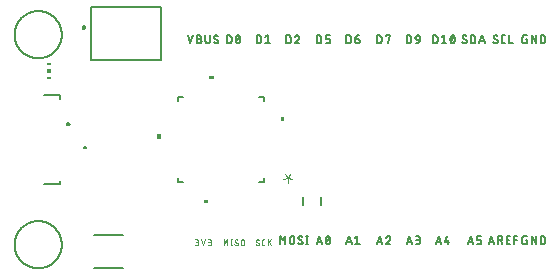
<source format=gbr>
G04 EAGLE Gerber RS-274X export*
G75*
%MOMM*%
%FSLAX34Y34*%
%LPD*%
%INSilkscreen Top*%
%IPPOS*%
%AMOC8*
5,1,8,0,0,1.08239X$1,22.5*%
G01*
%ADD10C,0.127000*%
%ADD11C,0.101600*%
%ADD12C,0.200000*%
%ADD13R,0.300000X0.150000*%
%ADD14R,0.300000X0.300000*%
%ADD15C,0.152400*%
%ADD16C,0.076200*%
%ADD17C,0.203200*%

G36*
X174407Y165929D02*
X174407Y165929D01*
X174409Y165928D01*
X174452Y165948D01*
X174496Y165966D01*
X174496Y165968D01*
X174498Y165969D01*
X174531Y166054D01*
X174531Y168594D01*
X174530Y168596D01*
X174531Y168598D01*
X174511Y168641D01*
X174493Y168685D01*
X174491Y168685D01*
X174490Y168687D01*
X174405Y168720D01*
X170595Y168720D01*
X170593Y168719D01*
X170591Y168720D01*
X170548Y168700D01*
X170504Y168682D01*
X170504Y168680D01*
X170502Y168679D01*
X170469Y168594D01*
X170469Y166054D01*
X170470Y166052D01*
X170469Y166050D01*
X170489Y166007D01*
X170507Y165963D01*
X170509Y165963D01*
X170510Y165961D01*
X170595Y165928D01*
X174405Y165928D01*
X174407Y165929D01*
G37*
G36*
X233596Y130470D02*
X233596Y130470D01*
X233598Y130469D01*
X233641Y130489D01*
X233685Y130507D01*
X233685Y130509D01*
X233687Y130510D01*
X233720Y130595D01*
X233720Y134405D01*
X233719Y134407D01*
X233720Y134409D01*
X233700Y134452D01*
X233682Y134496D01*
X233680Y134496D01*
X233679Y134498D01*
X233594Y134531D01*
X231054Y134531D01*
X231052Y134530D01*
X231050Y134531D01*
X231007Y134511D01*
X230963Y134493D01*
X230963Y134491D01*
X230961Y134490D01*
X230928Y134405D01*
X230928Y130595D01*
X230929Y130593D01*
X230928Y130591D01*
X230948Y130548D01*
X230966Y130504D01*
X230968Y130504D01*
X230969Y130502D01*
X231054Y130469D01*
X233594Y130469D01*
X233596Y130470D01*
G37*
G36*
X128948Y115470D02*
X128948Y115470D01*
X128950Y115469D01*
X128993Y115489D01*
X129037Y115507D01*
X129037Y115509D01*
X129039Y115510D01*
X129072Y115595D01*
X129072Y119405D01*
X129071Y119407D01*
X129072Y119409D01*
X129052Y119452D01*
X129034Y119496D01*
X129032Y119496D01*
X129031Y119498D01*
X128946Y119531D01*
X126406Y119531D01*
X126404Y119530D01*
X126402Y119531D01*
X126359Y119511D01*
X126315Y119493D01*
X126315Y119491D01*
X126313Y119490D01*
X126280Y119405D01*
X126280Y115595D01*
X126281Y115593D01*
X126280Y115591D01*
X126300Y115548D01*
X126318Y115504D01*
X126320Y115504D01*
X126321Y115502D01*
X126406Y115469D01*
X128946Y115469D01*
X128948Y115470D01*
G37*
G36*
X169407Y61281D02*
X169407Y61281D01*
X169409Y61280D01*
X169452Y61300D01*
X169496Y61318D01*
X169496Y61320D01*
X169498Y61321D01*
X169531Y61406D01*
X169531Y63946D01*
X169530Y63948D01*
X169531Y63950D01*
X169511Y63993D01*
X169493Y64037D01*
X169491Y64037D01*
X169490Y64039D01*
X169405Y64072D01*
X165595Y64072D01*
X165593Y64071D01*
X165591Y64072D01*
X165548Y64052D01*
X165504Y64034D01*
X165504Y64032D01*
X165502Y64031D01*
X165469Y63946D01*
X165469Y61406D01*
X165470Y61404D01*
X165469Y61402D01*
X165489Y61359D01*
X165507Y61315D01*
X165509Y61315D01*
X165510Y61313D01*
X165595Y61280D01*
X169405Y61280D01*
X169407Y61281D01*
G37*
D10*
X152024Y203365D02*
X154267Y196635D01*
X156510Y203365D01*
X159997Y200374D02*
X161866Y200374D01*
X161866Y200373D02*
X161951Y200371D01*
X162036Y200365D01*
X162120Y200356D01*
X162205Y200342D01*
X162288Y200325D01*
X162370Y200304D01*
X162452Y200279D01*
X162532Y200250D01*
X162611Y200218D01*
X162688Y200183D01*
X162763Y200143D01*
X162837Y200101D01*
X162909Y200055D01*
X162978Y200006D01*
X163046Y199954D01*
X163110Y199899D01*
X163172Y199841D01*
X163232Y199780D01*
X163289Y199716D01*
X163342Y199650D01*
X163393Y199582D01*
X163440Y199511D01*
X163485Y199439D01*
X163525Y199364D01*
X163563Y199287D01*
X163597Y199209D01*
X163627Y199130D01*
X163654Y199049D01*
X163677Y198967D01*
X163696Y198884D01*
X163711Y198801D01*
X163723Y198716D01*
X163731Y198632D01*
X163735Y198547D01*
X163735Y198461D01*
X163731Y198376D01*
X163723Y198292D01*
X163711Y198207D01*
X163696Y198124D01*
X163677Y198041D01*
X163654Y197959D01*
X163627Y197878D01*
X163597Y197799D01*
X163563Y197721D01*
X163525Y197644D01*
X163485Y197570D01*
X163440Y197497D01*
X163393Y197426D01*
X163342Y197358D01*
X163289Y197292D01*
X163232Y197228D01*
X163172Y197167D01*
X163110Y197109D01*
X163046Y197054D01*
X162978Y197002D01*
X162909Y196953D01*
X162837Y196907D01*
X162763Y196865D01*
X162688Y196825D01*
X162611Y196790D01*
X162532Y196758D01*
X162452Y196729D01*
X162370Y196704D01*
X162288Y196683D01*
X162205Y196666D01*
X162120Y196652D01*
X162036Y196643D01*
X161951Y196637D01*
X161866Y196635D01*
X159997Y196635D01*
X159997Y203365D01*
X161866Y203365D01*
X161942Y203363D01*
X162017Y203357D01*
X162093Y203348D01*
X162167Y203334D01*
X162241Y203317D01*
X162314Y203296D01*
X162386Y203272D01*
X162456Y203244D01*
X162525Y203212D01*
X162592Y203177D01*
X162657Y203139D01*
X162721Y203097D01*
X162782Y203052D01*
X162840Y203004D01*
X162897Y202953D01*
X162950Y202900D01*
X163001Y202843D01*
X163049Y202785D01*
X163094Y202724D01*
X163136Y202660D01*
X163174Y202595D01*
X163209Y202528D01*
X163241Y202459D01*
X163269Y202389D01*
X163293Y202317D01*
X163314Y202244D01*
X163331Y202170D01*
X163345Y202096D01*
X163354Y202020D01*
X163360Y201945D01*
X163362Y201869D01*
X163360Y201793D01*
X163354Y201718D01*
X163345Y201642D01*
X163331Y201568D01*
X163314Y201494D01*
X163293Y201421D01*
X163269Y201349D01*
X163241Y201279D01*
X163209Y201210D01*
X163174Y201143D01*
X163136Y201078D01*
X163094Y201014D01*
X163049Y200953D01*
X163001Y200895D01*
X162950Y200838D01*
X162897Y200785D01*
X162840Y200734D01*
X162782Y200686D01*
X162721Y200641D01*
X162657Y200599D01*
X162592Y200561D01*
X162525Y200526D01*
X162456Y200494D01*
X162386Y200466D01*
X162314Y200442D01*
X162241Y200421D01*
X162167Y200404D01*
X162093Y200390D01*
X162017Y200381D01*
X161942Y200375D01*
X161866Y200373D01*
X167038Y198504D02*
X167038Y203365D01*
X167038Y198504D02*
X167040Y198419D01*
X167046Y198334D01*
X167055Y198250D01*
X167069Y198165D01*
X167086Y198082D01*
X167107Y198000D01*
X167132Y197918D01*
X167161Y197838D01*
X167193Y197759D01*
X167228Y197682D01*
X167268Y197607D01*
X167310Y197533D01*
X167356Y197461D01*
X167405Y197392D01*
X167457Y197324D01*
X167512Y197260D01*
X167570Y197198D01*
X167631Y197138D01*
X167695Y197081D01*
X167761Y197028D01*
X167829Y196977D01*
X167900Y196930D01*
X167973Y196885D01*
X168047Y196845D01*
X168124Y196807D01*
X168202Y196773D01*
X168281Y196743D01*
X168362Y196716D01*
X168444Y196693D01*
X168527Y196674D01*
X168610Y196659D01*
X168695Y196647D01*
X168779Y196639D01*
X168864Y196635D01*
X168950Y196635D01*
X169035Y196639D01*
X169119Y196647D01*
X169204Y196659D01*
X169287Y196674D01*
X169370Y196693D01*
X169452Y196716D01*
X169533Y196743D01*
X169612Y196773D01*
X169690Y196807D01*
X169767Y196845D01*
X169842Y196885D01*
X169914Y196930D01*
X169985Y196977D01*
X170053Y197028D01*
X170119Y197081D01*
X170183Y197138D01*
X170244Y197198D01*
X170302Y197260D01*
X170357Y197324D01*
X170409Y197392D01*
X170458Y197461D01*
X170504Y197533D01*
X170546Y197607D01*
X170586Y197682D01*
X170621Y197759D01*
X170653Y197838D01*
X170682Y197918D01*
X170707Y198000D01*
X170728Y198082D01*
X170745Y198165D01*
X170759Y198250D01*
X170768Y198334D01*
X170774Y198419D01*
X170776Y198504D01*
X170776Y203365D01*
X176481Y196635D02*
X176557Y196637D01*
X176632Y196643D01*
X176708Y196652D01*
X176782Y196666D01*
X176856Y196683D01*
X176929Y196704D01*
X177001Y196728D01*
X177071Y196756D01*
X177140Y196788D01*
X177207Y196823D01*
X177272Y196861D01*
X177336Y196903D01*
X177397Y196948D01*
X177455Y196996D01*
X177512Y197047D01*
X177565Y197100D01*
X177616Y197157D01*
X177664Y197215D01*
X177709Y197276D01*
X177751Y197340D01*
X177789Y197405D01*
X177824Y197472D01*
X177856Y197541D01*
X177884Y197611D01*
X177908Y197683D01*
X177929Y197756D01*
X177946Y197830D01*
X177960Y197904D01*
X177969Y197980D01*
X177975Y198055D01*
X177977Y198131D01*
X176481Y196635D02*
X176373Y196637D01*
X176264Y196642D01*
X176156Y196652D01*
X176049Y196665D01*
X175941Y196681D01*
X175835Y196702D01*
X175729Y196726D01*
X175624Y196753D01*
X175520Y196785D01*
X175418Y196819D01*
X175316Y196858D01*
X175216Y196899D01*
X175118Y196944D01*
X175021Y196993D01*
X174925Y197045D01*
X174832Y197100D01*
X174740Y197158D01*
X174651Y197219D01*
X174564Y197283D01*
X174479Y197351D01*
X174396Y197421D01*
X174316Y197494D01*
X174238Y197570D01*
X174424Y201869D02*
X174426Y201945D01*
X174432Y202020D01*
X174441Y202096D01*
X174455Y202170D01*
X174472Y202244D01*
X174493Y202317D01*
X174517Y202389D01*
X174545Y202459D01*
X174577Y202528D01*
X174612Y202595D01*
X174650Y202660D01*
X174692Y202724D01*
X174737Y202785D01*
X174785Y202843D01*
X174836Y202900D01*
X174889Y202953D01*
X174946Y203004D01*
X175004Y203052D01*
X175065Y203097D01*
X175129Y203139D01*
X175194Y203177D01*
X175261Y203212D01*
X175330Y203244D01*
X175400Y203272D01*
X175472Y203296D01*
X175545Y203317D01*
X175619Y203334D01*
X175693Y203348D01*
X175769Y203357D01*
X175844Y203363D01*
X175920Y203365D01*
X176020Y203363D01*
X176120Y203358D01*
X176220Y203349D01*
X176320Y203336D01*
X176419Y203320D01*
X176517Y203301D01*
X176614Y203278D01*
X176711Y203251D01*
X176807Y203221D01*
X176901Y203188D01*
X176994Y203151D01*
X177086Y203111D01*
X177177Y203068D01*
X177266Y203021D01*
X177353Y202971D01*
X177438Y202919D01*
X177521Y202863D01*
X177602Y202804D01*
X175172Y200560D02*
X175108Y200600D01*
X175046Y200643D01*
X174987Y200689D01*
X174930Y200737D01*
X174875Y200789D01*
X174823Y200843D01*
X174774Y200900D01*
X174727Y200959D01*
X174684Y201020D01*
X174643Y201083D01*
X174606Y201148D01*
X174572Y201215D01*
X174541Y201284D01*
X174514Y201354D01*
X174490Y201425D01*
X174470Y201497D01*
X174454Y201571D01*
X174441Y201645D01*
X174431Y201719D01*
X174426Y201794D01*
X174424Y201869D01*
X177228Y199440D02*
X177292Y199400D01*
X177354Y199357D01*
X177413Y199311D01*
X177470Y199263D01*
X177525Y199211D01*
X177577Y199157D01*
X177626Y199100D01*
X177673Y199041D01*
X177716Y198980D01*
X177757Y198917D01*
X177794Y198852D01*
X177828Y198785D01*
X177859Y198716D01*
X177886Y198646D01*
X177910Y198575D01*
X177930Y198503D01*
X177946Y198429D01*
X177959Y198355D01*
X177969Y198281D01*
X177974Y198206D01*
X177976Y198131D01*
X177229Y199439D02*
X175172Y200561D01*
X185411Y203365D02*
X185411Y196635D01*
X185411Y203365D02*
X187280Y203365D01*
X187364Y203363D01*
X187448Y203357D01*
X187531Y203348D01*
X187614Y203335D01*
X187696Y203318D01*
X187777Y203298D01*
X187858Y203274D01*
X187937Y203246D01*
X188015Y203215D01*
X188091Y203180D01*
X188166Y203142D01*
X188239Y203100D01*
X188310Y203056D01*
X188379Y203008D01*
X188445Y202957D01*
X188510Y202903D01*
X188572Y202847D01*
X188631Y202788D01*
X188687Y202726D01*
X188741Y202661D01*
X188792Y202595D01*
X188840Y202526D01*
X188884Y202455D01*
X188926Y202382D01*
X188964Y202307D01*
X188999Y202231D01*
X189030Y202153D01*
X189058Y202074D01*
X189082Y201993D01*
X189102Y201912D01*
X189119Y201830D01*
X189132Y201747D01*
X189141Y201664D01*
X189147Y201580D01*
X189149Y201496D01*
X189149Y198504D01*
X189147Y198420D01*
X189141Y198336D01*
X189132Y198253D01*
X189119Y198170D01*
X189102Y198088D01*
X189082Y198007D01*
X189058Y197926D01*
X189030Y197847D01*
X188999Y197769D01*
X188964Y197693D01*
X188926Y197618D01*
X188884Y197545D01*
X188840Y197474D01*
X188792Y197405D01*
X188741Y197339D01*
X188687Y197274D01*
X188631Y197212D01*
X188572Y197153D01*
X188510Y197097D01*
X188445Y197043D01*
X188379Y196992D01*
X188310Y196944D01*
X188239Y196900D01*
X188166Y196858D01*
X188091Y196820D01*
X188015Y196785D01*
X187937Y196754D01*
X187858Y196726D01*
X187777Y196702D01*
X187696Y196682D01*
X187614Y196665D01*
X187531Y196652D01*
X187448Y196643D01*
X187364Y196637D01*
X187280Y196635D01*
X185411Y196635D01*
X192851Y200000D02*
X192853Y200148D01*
X192859Y200296D01*
X192869Y200443D01*
X192883Y200591D01*
X192900Y200738D01*
X192922Y200884D01*
X192947Y201030D01*
X192977Y201175D01*
X193010Y201319D01*
X193047Y201462D01*
X193088Y201604D01*
X193133Y201746D01*
X193181Y201885D01*
X193233Y202024D01*
X193289Y202161D01*
X193349Y202296D01*
X193412Y202430D01*
X193412Y202431D02*
X193437Y202498D01*
X193465Y202563D01*
X193497Y202627D01*
X193532Y202690D01*
X193570Y202750D01*
X193611Y202808D01*
X193655Y202865D01*
X193702Y202918D01*
X193752Y202970D01*
X193804Y203018D01*
X193859Y203064D01*
X193916Y203107D01*
X193975Y203147D01*
X194037Y203184D01*
X194100Y203218D01*
X194164Y203248D01*
X194230Y203275D01*
X194298Y203299D01*
X194367Y203319D01*
X194436Y203336D01*
X194506Y203348D01*
X194577Y203358D01*
X194649Y203363D01*
X194720Y203365D01*
X194791Y203363D01*
X194863Y203358D01*
X194934Y203348D01*
X195004Y203336D01*
X195073Y203319D01*
X195142Y203299D01*
X195210Y203275D01*
X195276Y203248D01*
X195340Y203218D01*
X195403Y203184D01*
X195465Y203147D01*
X195524Y203107D01*
X195581Y203064D01*
X195636Y203018D01*
X195688Y202970D01*
X195738Y202918D01*
X195785Y202865D01*
X195829Y202808D01*
X195870Y202750D01*
X195908Y202689D01*
X195943Y202627D01*
X195975Y202563D01*
X196003Y202497D01*
X196028Y202430D01*
X196029Y202430D02*
X196092Y202296D01*
X196152Y202161D01*
X196208Y202024D01*
X196260Y201885D01*
X196308Y201746D01*
X196353Y201605D01*
X196394Y201462D01*
X196431Y201319D01*
X196464Y201175D01*
X196494Y201030D01*
X196519Y200884D01*
X196541Y200738D01*
X196558Y200591D01*
X196572Y200443D01*
X196582Y200296D01*
X196588Y200148D01*
X196590Y200000D01*
X192851Y200000D02*
X192853Y199852D01*
X192859Y199704D01*
X192869Y199557D01*
X192883Y199409D01*
X192900Y199262D01*
X192922Y199116D01*
X192947Y198970D01*
X192977Y198825D01*
X193010Y198681D01*
X193047Y198538D01*
X193088Y198396D01*
X193133Y198255D01*
X193181Y198115D01*
X193233Y197976D01*
X193289Y197839D01*
X193349Y197704D01*
X193412Y197570D01*
X193412Y197569D02*
X193437Y197502D01*
X193465Y197437D01*
X193497Y197373D01*
X193532Y197310D01*
X193570Y197250D01*
X193611Y197192D01*
X193655Y197135D01*
X193702Y197082D01*
X193752Y197030D01*
X193804Y196982D01*
X193859Y196936D01*
X193916Y196893D01*
X193975Y196853D01*
X194037Y196816D01*
X194100Y196782D01*
X194164Y196752D01*
X194230Y196725D01*
X194298Y196701D01*
X194367Y196681D01*
X194436Y196664D01*
X194506Y196652D01*
X194577Y196642D01*
X194649Y196637D01*
X194720Y196635D01*
X196028Y197570D02*
X196091Y197704D01*
X196151Y197839D01*
X196207Y197976D01*
X196259Y198115D01*
X196307Y198254D01*
X196352Y198395D01*
X196393Y198538D01*
X196430Y198681D01*
X196463Y198825D01*
X196493Y198970D01*
X196518Y199116D01*
X196540Y199262D01*
X196557Y199409D01*
X196571Y199557D01*
X196581Y199704D01*
X196587Y199852D01*
X196589Y200000D01*
X196028Y197569D02*
X196003Y197502D01*
X195975Y197437D01*
X195943Y197373D01*
X195908Y197310D01*
X195870Y197250D01*
X195829Y197192D01*
X195785Y197135D01*
X195738Y197082D01*
X195688Y197030D01*
X195636Y196982D01*
X195581Y196936D01*
X195524Y196893D01*
X195465Y196853D01*
X195403Y196816D01*
X195340Y196782D01*
X195276Y196752D01*
X195210Y196725D01*
X195142Y196701D01*
X195073Y196681D01*
X195004Y196664D01*
X194934Y196652D01*
X194863Y196642D01*
X194791Y196637D01*
X194720Y196635D01*
X193224Y198131D02*
X196216Y201869D01*
X210411Y203365D02*
X210411Y196635D01*
X210411Y203365D02*
X212280Y203365D01*
X212364Y203363D01*
X212448Y203357D01*
X212531Y203348D01*
X212614Y203335D01*
X212696Y203318D01*
X212777Y203298D01*
X212858Y203274D01*
X212937Y203246D01*
X213015Y203215D01*
X213091Y203180D01*
X213166Y203142D01*
X213239Y203100D01*
X213310Y203056D01*
X213379Y203008D01*
X213445Y202957D01*
X213510Y202903D01*
X213572Y202847D01*
X213631Y202788D01*
X213687Y202726D01*
X213741Y202661D01*
X213792Y202595D01*
X213840Y202526D01*
X213884Y202455D01*
X213926Y202382D01*
X213964Y202307D01*
X213999Y202231D01*
X214030Y202153D01*
X214058Y202074D01*
X214082Y201993D01*
X214102Y201912D01*
X214119Y201830D01*
X214132Y201747D01*
X214141Y201664D01*
X214147Y201580D01*
X214149Y201496D01*
X214149Y198504D01*
X214147Y198420D01*
X214141Y198336D01*
X214132Y198253D01*
X214119Y198170D01*
X214102Y198088D01*
X214082Y198007D01*
X214058Y197926D01*
X214030Y197847D01*
X213999Y197769D01*
X213964Y197693D01*
X213926Y197618D01*
X213884Y197545D01*
X213840Y197474D01*
X213792Y197405D01*
X213741Y197339D01*
X213687Y197274D01*
X213631Y197212D01*
X213572Y197153D01*
X213510Y197097D01*
X213445Y197043D01*
X213379Y196992D01*
X213310Y196944D01*
X213239Y196900D01*
X213166Y196858D01*
X213091Y196820D01*
X213015Y196785D01*
X212937Y196754D01*
X212858Y196726D01*
X212777Y196702D01*
X212696Y196682D01*
X212614Y196665D01*
X212531Y196652D01*
X212448Y196643D01*
X212364Y196637D01*
X212280Y196635D01*
X210411Y196635D01*
X217851Y201869D02*
X219720Y203365D01*
X219720Y196635D01*
X217851Y196635D02*
X221589Y196635D01*
X235411Y196635D02*
X235411Y203365D01*
X237280Y203365D01*
X237364Y203363D01*
X237448Y203357D01*
X237531Y203348D01*
X237614Y203335D01*
X237696Y203318D01*
X237777Y203298D01*
X237858Y203274D01*
X237937Y203246D01*
X238015Y203215D01*
X238091Y203180D01*
X238166Y203142D01*
X238239Y203100D01*
X238310Y203056D01*
X238379Y203008D01*
X238445Y202957D01*
X238510Y202903D01*
X238572Y202847D01*
X238631Y202788D01*
X238687Y202726D01*
X238741Y202661D01*
X238792Y202595D01*
X238840Y202526D01*
X238884Y202455D01*
X238926Y202382D01*
X238964Y202307D01*
X238999Y202231D01*
X239030Y202153D01*
X239058Y202074D01*
X239082Y201993D01*
X239102Y201912D01*
X239119Y201830D01*
X239132Y201747D01*
X239141Y201664D01*
X239147Y201580D01*
X239149Y201496D01*
X239149Y198504D01*
X239147Y198420D01*
X239141Y198336D01*
X239132Y198253D01*
X239119Y198170D01*
X239102Y198088D01*
X239082Y198007D01*
X239058Y197926D01*
X239030Y197847D01*
X238999Y197769D01*
X238964Y197693D01*
X238926Y197618D01*
X238884Y197545D01*
X238840Y197474D01*
X238792Y197405D01*
X238741Y197339D01*
X238687Y197274D01*
X238631Y197212D01*
X238572Y197153D01*
X238510Y197097D01*
X238445Y197043D01*
X238379Y196992D01*
X238310Y196944D01*
X238239Y196900D01*
X238166Y196858D01*
X238091Y196820D01*
X238015Y196785D01*
X237937Y196754D01*
X237858Y196726D01*
X237777Y196702D01*
X237696Y196682D01*
X237614Y196665D01*
X237531Y196652D01*
X237448Y196643D01*
X237364Y196637D01*
X237280Y196635D01*
X235411Y196635D01*
X244907Y203366D02*
X244987Y203364D01*
X245067Y203358D01*
X245147Y203349D01*
X245226Y203336D01*
X245304Y203319D01*
X245381Y203298D01*
X245457Y203273D01*
X245533Y203245D01*
X245606Y203214D01*
X245678Y203179D01*
X245749Y203141D01*
X245817Y203099D01*
X245883Y203054D01*
X245947Y203006D01*
X246009Y202955D01*
X246068Y202901D01*
X246125Y202844D01*
X246179Y202785D01*
X246230Y202723D01*
X246278Y202659D01*
X246323Y202593D01*
X246365Y202525D01*
X246403Y202454D01*
X246438Y202382D01*
X246469Y202309D01*
X246497Y202233D01*
X246522Y202157D01*
X246543Y202080D01*
X246560Y202002D01*
X246573Y201923D01*
X246582Y201843D01*
X246588Y201763D01*
X246590Y201683D01*
X244907Y203365D02*
X244816Y203363D01*
X244726Y203357D01*
X244636Y203348D01*
X244546Y203335D01*
X244457Y203318D01*
X244369Y203297D01*
X244282Y203273D01*
X244195Y203245D01*
X244111Y203213D01*
X244027Y203178D01*
X243945Y203139D01*
X243865Y203097D01*
X243786Y203052D01*
X243710Y203003D01*
X243635Y202951D01*
X243563Y202897D01*
X243493Y202839D01*
X243426Y202778D01*
X243361Y202715D01*
X243299Y202649D01*
X243240Y202580D01*
X243184Y202509D01*
X243131Y202436D01*
X243081Y202360D01*
X243034Y202282D01*
X242990Y202203D01*
X242950Y202122D01*
X242913Y202039D01*
X242880Y201955D01*
X242850Y201869D01*
X246028Y200374D02*
X246086Y200432D01*
X246141Y200492D01*
X246193Y200554D01*
X246242Y200619D01*
X246289Y200685D01*
X246332Y200754D01*
X246372Y200825D01*
X246409Y200897D01*
X246443Y200971D01*
X246473Y201047D01*
X246500Y201123D01*
X246524Y201201D01*
X246543Y201280D01*
X246560Y201360D01*
X246573Y201440D01*
X246582Y201521D01*
X246587Y201602D01*
X246589Y201683D01*
X246029Y200374D02*
X242851Y196635D01*
X246589Y196635D01*
X261411Y196635D02*
X261411Y203365D01*
X263280Y203365D01*
X263364Y203363D01*
X263448Y203357D01*
X263531Y203348D01*
X263614Y203335D01*
X263696Y203318D01*
X263777Y203298D01*
X263858Y203274D01*
X263937Y203246D01*
X264015Y203215D01*
X264091Y203180D01*
X264166Y203142D01*
X264239Y203100D01*
X264310Y203056D01*
X264379Y203008D01*
X264445Y202957D01*
X264510Y202903D01*
X264572Y202847D01*
X264631Y202788D01*
X264687Y202726D01*
X264741Y202661D01*
X264792Y202595D01*
X264840Y202526D01*
X264884Y202455D01*
X264926Y202382D01*
X264964Y202307D01*
X264999Y202231D01*
X265030Y202153D01*
X265058Y202074D01*
X265082Y201993D01*
X265102Y201912D01*
X265119Y201830D01*
X265132Y201747D01*
X265141Y201664D01*
X265147Y201580D01*
X265149Y201496D01*
X265149Y198504D01*
X265147Y198420D01*
X265141Y198336D01*
X265132Y198253D01*
X265119Y198170D01*
X265102Y198088D01*
X265082Y198007D01*
X265058Y197926D01*
X265030Y197847D01*
X264999Y197769D01*
X264964Y197693D01*
X264926Y197618D01*
X264884Y197545D01*
X264840Y197474D01*
X264792Y197405D01*
X264741Y197339D01*
X264687Y197274D01*
X264631Y197212D01*
X264572Y197153D01*
X264510Y197097D01*
X264445Y197043D01*
X264379Y196992D01*
X264310Y196944D01*
X264239Y196900D01*
X264166Y196858D01*
X264091Y196820D01*
X264015Y196785D01*
X263937Y196754D01*
X263858Y196726D01*
X263777Y196702D01*
X263696Y196682D01*
X263614Y196665D01*
X263531Y196652D01*
X263448Y196643D01*
X263364Y196637D01*
X263280Y196635D01*
X261411Y196635D01*
X268851Y196635D02*
X271094Y196635D01*
X271170Y196637D01*
X271245Y196643D01*
X271321Y196652D01*
X271395Y196666D01*
X271469Y196683D01*
X271542Y196704D01*
X271614Y196728D01*
X271684Y196756D01*
X271753Y196788D01*
X271820Y196823D01*
X271885Y196861D01*
X271949Y196903D01*
X272010Y196948D01*
X272068Y196996D01*
X272125Y197047D01*
X272178Y197100D01*
X272229Y197157D01*
X272277Y197215D01*
X272322Y197276D01*
X272364Y197340D01*
X272402Y197405D01*
X272437Y197472D01*
X272469Y197541D01*
X272497Y197611D01*
X272521Y197683D01*
X272542Y197756D01*
X272559Y197830D01*
X272573Y197904D01*
X272582Y197980D01*
X272588Y198055D01*
X272590Y198131D01*
X272589Y198131D02*
X272589Y198878D01*
X272590Y198878D02*
X272588Y198954D01*
X272582Y199029D01*
X272573Y199105D01*
X272559Y199179D01*
X272542Y199253D01*
X272521Y199326D01*
X272497Y199398D01*
X272469Y199468D01*
X272437Y199537D01*
X272402Y199604D01*
X272364Y199669D01*
X272322Y199733D01*
X272277Y199794D01*
X272229Y199852D01*
X272178Y199909D01*
X272125Y199962D01*
X272068Y200013D01*
X272010Y200061D01*
X271949Y200106D01*
X271885Y200148D01*
X271820Y200186D01*
X271753Y200221D01*
X271684Y200253D01*
X271614Y200281D01*
X271542Y200305D01*
X271469Y200326D01*
X271395Y200343D01*
X271321Y200357D01*
X271245Y200366D01*
X271170Y200372D01*
X271094Y200374D01*
X268851Y200374D01*
X268851Y203365D01*
X272589Y203365D01*
X286411Y203365D02*
X286411Y196635D01*
X286411Y203365D02*
X288280Y203365D01*
X288364Y203363D01*
X288448Y203357D01*
X288531Y203348D01*
X288614Y203335D01*
X288696Y203318D01*
X288777Y203298D01*
X288858Y203274D01*
X288937Y203246D01*
X289015Y203215D01*
X289091Y203180D01*
X289166Y203142D01*
X289239Y203100D01*
X289310Y203056D01*
X289379Y203008D01*
X289445Y202957D01*
X289510Y202903D01*
X289572Y202847D01*
X289631Y202788D01*
X289687Y202726D01*
X289741Y202661D01*
X289792Y202595D01*
X289840Y202526D01*
X289884Y202455D01*
X289926Y202382D01*
X289964Y202307D01*
X289999Y202231D01*
X290030Y202153D01*
X290058Y202074D01*
X290082Y201993D01*
X290102Y201912D01*
X290119Y201830D01*
X290132Y201747D01*
X290141Y201664D01*
X290147Y201580D01*
X290149Y201496D01*
X290149Y198504D01*
X290147Y198420D01*
X290141Y198336D01*
X290132Y198253D01*
X290119Y198170D01*
X290102Y198088D01*
X290082Y198007D01*
X290058Y197926D01*
X290030Y197847D01*
X289999Y197769D01*
X289964Y197693D01*
X289926Y197618D01*
X289884Y197545D01*
X289840Y197474D01*
X289792Y197405D01*
X289741Y197339D01*
X289687Y197274D01*
X289631Y197212D01*
X289572Y197153D01*
X289510Y197097D01*
X289445Y197043D01*
X289379Y196992D01*
X289310Y196944D01*
X289239Y196900D01*
X289166Y196858D01*
X289091Y196820D01*
X289015Y196785D01*
X288937Y196754D01*
X288858Y196726D01*
X288777Y196702D01*
X288696Y196682D01*
X288614Y196665D01*
X288531Y196652D01*
X288448Y196643D01*
X288364Y196637D01*
X288280Y196635D01*
X286411Y196635D01*
X293851Y200374D02*
X296094Y200374D01*
X296170Y200372D01*
X296245Y200366D01*
X296321Y200357D01*
X296395Y200343D01*
X296469Y200326D01*
X296542Y200305D01*
X296614Y200281D01*
X296684Y200253D01*
X296753Y200221D01*
X296820Y200186D01*
X296885Y200148D01*
X296949Y200106D01*
X297010Y200061D01*
X297068Y200013D01*
X297125Y199962D01*
X297178Y199909D01*
X297229Y199852D01*
X297277Y199794D01*
X297322Y199733D01*
X297364Y199669D01*
X297402Y199604D01*
X297437Y199537D01*
X297469Y199468D01*
X297497Y199398D01*
X297521Y199326D01*
X297542Y199253D01*
X297559Y199179D01*
X297573Y199105D01*
X297582Y199029D01*
X297588Y198954D01*
X297590Y198878D01*
X297589Y198878D02*
X297589Y198504D01*
X297587Y198419D01*
X297581Y198334D01*
X297572Y198250D01*
X297558Y198165D01*
X297541Y198082D01*
X297520Y198000D01*
X297495Y197918D01*
X297466Y197838D01*
X297434Y197759D01*
X297399Y197682D01*
X297359Y197607D01*
X297317Y197533D01*
X297271Y197461D01*
X297222Y197392D01*
X297170Y197324D01*
X297115Y197260D01*
X297057Y197198D01*
X296996Y197138D01*
X296932Y197081D01*
X296866Y197028D01*
X296798Y196977D01*
X296727Y196930D01*
X296655Y196885D01*
X296580Y196845D01*
X296503Y196807D01*
X296425Y196773D01*
X296346Y196743D01*
X296265Y196716D01*
X296183Y196693D01*
X296100Y196674D01*
X296017Y196659D01*
X295932Y196647D01*
X295848Y196639D01*
X295763Y196635D01*
X295677Y196635D01*
X295592Y196639D01*
X295508Y196647D01*
X295423Y196659D01*
X295340Y196674D01*
X295257Y196693D01*
X295175Y196716D01*
X295094Y196743D01*
X295015Y196773D01*
X294937Y196807D01*
X294860Y196845D01*
X294786Y196885D01*
X294713Y196930D01*
X294642Y196977D01*
X294574Y197028D01*
X294508Y197081D01*
X294444Y197138D01*
X294383Y197198D01*
X294325Y197260D01*
X294270Y197324D01*
X294218Y197392D01*
X294169Y197461D01*
X294123Y197533D01*
X294081Y197607D01*
X294041Y197682D01*
X294006Y197759D01*
X293974Y197838D01*
X293945Y197918D01*
X293920Y198000D01*
X293899Y198082D01*
X293882Y198165D01*
X293868Y198250D01*
X293859Y198334D01*
X293853Y198419D01*
X293851Y198504D01*
X293851Y200374D01*
X293853Y200483D01*
X293859Y200592D01*
X293869Y200701D01*
X293883Y200809D01*
X293901Y200917D01*
X293923Y201024D01*
X293948Y201131D01*
X293978Y201236D01*
X294011Y201340D01*
X294048Y201442D01*
X294089Y201544D01*
X294134Y201644D01*
X294182Y201742D01*
X294234Y201838D01*
X294289Y201932D01*
X294348Y202024D01*
X294409Y202114D01*
X294475Y202202D01*
X294543Y202287D01*
X294614Y202370D01*
X294689Y202450D01*
X294766Y202527D01*
X294846Y202602D01*
X294929Y202673D01*
X295014Y202741D01*
X295102Y202807D01*
X295192Y202868D01*
X295284Y202927D01*
X295378Y202982D01*
X295474Y203034D01*
X295572Y203082D01*
X295672Y203127D01*
X295774Y203168D01*
X295876Y203205D01*
X295980Y203238D01*
X296085Y203268D01*
X296192Y203293D01*
X296299Y203315D01*
X296406Y203333D01*
X296515Y203347D01*
X296624Y203357D01*
X296733Y203363D01*
X296842Y203365D01*
X312411Y203365D02*
X312411Y196635D01*
X312411Y203365D02*
X314280Y203365D01*
X314364Y203363D01*
X314448Y203357D01*
X314531Y203348D01*
X314614Y203335D01*
X314696Y203318D01*
X314777Y203298D01*
X314858Y203274D01*
X314937Y203246D01*
X315015Y203215D01*
X315091Y203180D01*
X315166Y203142D01*
X315239Y203100D01*
X315310Y203056D01*
X315379Y203008D01*
X315445Y202957D01*
X315510Y202903D01*
X315572Y202847D01*
X315631Y202788D01*
X315687Y202726D01*
X315741Y202661D01*
X315792Y202595D01*
X315840Y202526D01*
X315884Y202455D01*
X315926Y202382D01*
X315964Y202307D01*
X315999Y202231D01*
X316030Y202153D01*
X316058Y202074D01*
X316082Y201993D01*
X316102Y201912D01*
X316119Y201830D01*
X316132Y201747D01*
X316141Y201664D01*
X316147Y201580D01*
X316149Y201496D01*
X316149Y198504D01*
X316147Y198420D01*
X316141Y198336D01*
X316132Y198253D01*
X316119Y198170D01*
X316102Y198088D01*
X316082Y198007D01*
X316058Y197926D01*
X316030Y197847D01*
X315999Y197769D01*
X315964Y197693D01*
X315926Y197618D01*
X315884Y197545D01*
X315840Y197474D01*
X315792Y197405D01*
X315741Y197339D01*
X315687Y197274D01*
X315631Y197212D01*
X315572Y197153D01*
X315510Y197097D01*
X315445Y197043D01*
X315379Y196992D01*
X315310Y196944D01*
X315239Y196900D01*
X315166Y196858D01*
X315091Y196820D01*
X315015Y196785D01*
X314937Y196754D01*
X314858Y196726D01*
X314777Y196702D01*
X314696Y196682D01*
X314614Y196665D01*
X314531Y196652D01*
X314448Y196643D01*
X314364Y196637D01*
X314280Y196635D01*
X312411Y196635D01*
X319851Y202617D02*
X319851Y203365D01*
X323589Y203365D01*
X321720Y196635D01*
X337411Y196635D02*
X337411Y203365D01*
X339280Y203365D01*
X339364Y203363D01*
X339448Y203357D01*
X339531Y203348D01*
X339614Y203335D01*
X339696Y203318D01*
X339777Y203298D01*
X339858Y203274D01*
X339937Y203246D01*
X340015Y203215D01*
X340091Y203180D01*
X340166Y203142D01*
X340239Y203100D01*
X340310Y203056D01*
X340379Y203008D01*
X340445Y202957D01*
X340510Y202903D01*
X340572Y202847D01*
X340631Y202788D01*
X340687Y202726D01*
X340741Y202661D01*
X340792Y202595D01*
X340840Y202526D01*
X340884Y202455D01*
X340926Y202382D01*
X340964Y202307D01*
X340999Y202231D01*
X341030Y202153D01*
X341058Y202074D01*
X341082Y201993D01*
X341102Y201912D01*
X341119Y201830D01*
X341132Y201747D01*
X341141Y201664D01*
X341147Y201580D01*
X341149Y201496D01*
X341149Y198504D01*
X341147Y198420D01*
X341141Y198336D01*
X341132Y198253D01*
X341119Y198170D01*
X341102Y198088D01*
X341082Y198007D01*
X341058Y197926D01*
X341030Y197847D01*
X340999Y197769D01*
X340964Y197693D01*
X340926Y197618D01*
X340884Y197545D01*
X340840Y197474D01*
X340792Y197405D01*
X340741Y197339D01*
X340687Y197274D01*
X340631Y197212D01*
X340572Y197153D01*
X340510Y197097D01*
X340445Y197043D01*
X340379Y196992D01*
X340310Y196944D01*
X340239Y196900D01*
X340166Y196858D01*
X340091Y196820D01*
X340015Y196785D01*
X339937Y196754D01*
X339858Y196726D01*
X339777Y196702D01*
X339696Y196682D01*
X339614Y196665D01*
X339531Y196652D01*
X339448Y196643D01*
X339364Y196637D01*
X339280Y196635D01*
X337411Y196635D01*
X346346Y199626D02*
X348589Y199626D01*
X346346Y199626D02*
X346270Y199628D01*
X346195Y199634D01*
X346119Y199643D01*
X346045Y199657D01*
X345971Y199674D01*
X345898Y199695D01*
X345826Y199719D01*
X345756Y199747D01*
X345687Y199779D01*
X345620Y199814D01*
X345555Y199852D01*
X345491Y199894D01*
X345430Y199939D01*
X345372Y199987D01*
X345315Y200038D01*
X345262Y200091D01*
X345211Y200148D01*
X345163Y200206D01*
X345118Y200267D01*
X345076Y200331D01*
X345038Y200396D01*
X345003Y200463D01*
X344971Y200532D01*
X344943Y200602D01*
X344919Y200674D01*
X344898Y200747D01*
X344881Y200821D01*
X344867Y200895D01*
X344858Y200971D01*
X344852Y201046D01*
X344850Y201122D01*
X344851Y201122D02*
X344851Y201496D01*
X344853Y201581D01*
X344859Y201666D01*
X344868Y201750D01*
X344882Y201835D01*
X344899Y201918D01*
X344920Y202000D01*
X344945Y202082D01*
X344974Y202162D01*
X345006Y202241D01*
X345041Y202318D01*
X345081Y202393D01*
X345123Y202467D01*
X345169Y202539D01*
X345218Y202608D01*
X345270Y202676D01*
X345325Y202740D01*
X345383Y202802D01*
X345444Y202862D01*
X345508Y202919D01*
X345574Y202972D01*
X345642Y203023D01*
X345713Y203070D01*
X345786Y203115D01*
X345860Y203155D01*
X345937Y203193D01*
X346015Y203227D01*
X346094Y203257D01*
X346175Y203284D01*
X346257Y203307D01*
X346340Y203326D01*
X346423Y203341D01*
X346508Y203353D01*
X346592Y203361D01*
X346677Y203365D01*
X346763Y203365D01*
X346848Y203361D01*
X346932Y203353D01*
X347017Y203341D01*
X347100Y203326D01*
X347183Y203307D01*
X347265Y203284D01*
X347346Y203257D01*
X347425Y203227D01*
X347503Y203193D01*
X347580Y203155D01*
X347655Y203115D01*
X347727Y203070D01*
X347798Y203023D01*
X347866Y202972D01*
X347932Y202919D01*
X347996Y202862D01*
X348057Y202802D01*
X348115Y202740D01*
X348170Y202676D01*
X348222Y202608D01*
X348271Y202539D01*
X348317Y202467D01*
X348359Y202393D01*
X348399Y202318D01*
X348434Y202241D01*
X348466Y202162D01*
X348495Y202082D01*
X348520Y202000D01*
X348541Y201918D01*
X348558Y201835D01*
X348572Y201750D01*
X348581Y201666D01*
X348587Y201581D01*
X348589Y201496D01*
X348589Y199626D01*
X348587Y199519D01*
X348581Y199413D01*
X348572Y199306D01*
X348559Y199200D01*
X348541Y199095D01*
X348521Y198990D01*
X348496Y198886D01*
X348468Y198783D01*
X348436Y198681D01*
X348400Y198581D01*
X348361Y198481D01*
X348319Y198383D01*
X348273Y198287D01*
X348223Y198193D01*
X348170Y198100D01*
X348114Y198009D01*
X348055Y197920D01*
X347992Y197834D01*
X347927Y197749D01*
X347858Y197667D01*
X347787Y197588D01*
X347713Y197511D01*
X347636Y197437D01*
X347557Y197366D01*
X347475Y197297D01*
X347390Y197232D01*
X347304Y197169D01*
X347215Y197110D01*
X347124Y197054D01*
X347031Y197001D01*
X346937Y196951D01*
X346840Y196905D01*
X346743Y196863D01*
X346643Y196824D01*
X346543Y196788D01*
X346441Y196756D01*
X346338Y196728D01*
X346234Y196703D01*
X346129Y196683D01*
X346024Y196665D01*
X345918Y196652D01*
X345811Y196643D01*
X345705Y196637D01*
X345598Y196635D01*
X359811Y196635D02*
X359811Y203365D01*
X361680Y203365D01*
X361764Y203363D01*
X361848Y203357D01*
X361931Y203348D01*
X362014Y203335D01*
X362096Y203318D01*
X362177Y203298D01*
X362258Y203274D01*
X362337Y203246D01*
X362415Y203215D01*
X362491Y203180D01*
X362566Y203142D01*
X362639Y203100D01*
X362710Y203056D01*
X362779Y203008D01*
X362845Y202957D01*
X362910Y202903D01*
X362972Y202847D01*
X363031Y202788D01*
X363087Y202726D01*
X363141Y202661D01*
X363192Y202595D01*
X363240Y202526D01*
X363284Y202455D01*
X363326Y202382D01*
X363364Y202307D01*
X363399Y202231D01*
X363430Y202153D01*
X363458Y202074D01*
X363482Y201993D01*
X363502Y201912D01*
X363519Y201830D01*
X363532Y201747D01*
X363541Y201664D01*
X363547Y201580D01*
X363549Y201496D01*
X363549Y198504D01*
X363547Y198420D01*
X363541Y198336D01*
X363532Y198253D01*
X363519Y198170D01*
X363502Y198088D01*
X363482Y198007D01*
X363458Y197926D01*
X363430Y197847D01*
X363399Y197769D01*
X363364Y197693D01*
X363326Y197618D01*
X363284Y197545D01*
X363240Y197474D01*
X363192Y197405D01*
X363141Y197339D01*
X363087Y197274D01*
X363031Y197212D01*
X362972Y197153D01*
X362910Y197097D01*
X362845Y197043D01*
X362779Y196992D01*
X362710Y196944D01*
X362639Y196900D01*
X362566Y196858D01*
X362491Y196820D01*
X362415Y196785D01*
X362337Y196754D01*
X362258Y196726D01*
X362177Y196702D01*
X362096Y196682D01*
X362014Y196665D01*
X361931Y196652D01*
X361848Y196643D01*
X361764Y196637D01*
X361680Y196635D01*
X359811Y196635D01*
X367251Y201869D02*
X369120Y203365D01*
X369120Y196635D01*
X367251Y196635D02*
X370989Y196635D01*
X374451Y200000D02*
X374453Y200148D01*
X374459Y200296D01*
X374469Y200443D01*
X374483Y200591D01*
X374500Y200738D01*
X374522Y200884D01*
X374547Y201030D01*
X374577Y201175D01*
X374610Y201319D01*
X374647Y201462D01*
X374688Y201604D01*
X374733Y201746D01*
X374781Y201885D01*
X374833Y202024D01*
X374889Y202161D01*
X374949Y202296D01*
X375012Y202430D01*
X375012Y202431D02*
X375037Y202498D01*
X375065Y202563D01*
X375097Y202627D01*
X375132Y202690D01*
X375170Y202750D01*
X375211Y202808D01*
X375255Y202865D01*
X375302Y202918D01*
X375352Y202970D01*
X375404Y203018D01*
X375459Y203064D01*
X375516Y203107D01*
X375575Y203147D01*
X375637Y203184D01*
X375700Y203218D01*
X375764Y203248D01*
X375830Y203275D01*
X375898Y203299D01*
X375967Y203319D01*
X376036Y203336D01*
X376106Y203348D01*
X376177Y203358D01*
X376249Y203363D01*
X376320Y203365D01*
X376391Y203363D01*
X376463Y203358D01*
X376534Y203348D01*
X376604Y203336D01*
X376673Y203319D01*
X376742Y203299D01*
X376810Y203275D01*
X376876Y203248D01*
X376940Y203218D01*
X377003Y203184D01*
X377065Y203147D01*
X377124Y203107D01*
X377181Y203064D01*
X377236Y203018D01*
X377288Y202970D01*
X377338Y202918D01*
X377385Y202865D01*
X377429Y202808D01*
X377470Y202750D01*
X377508Y202689D01*
X377543Y202627D01*
X377575Y202563D01*
X377603Y202497D01*
X377628Y202430D01*
X377629Y202430D02*
X377692Y202296D01*
X377752Y202161D01*
X377808Y202024D01*
X377860Y201885D01*
X377908Y201746D01*
X377953Y201605D01*
X377994Y201462D01*
X378031Y201319D01*
X378064Y201175D01*
X378094Y201030D01*
X378119Y200884D01*
X378141Y200738D01*
X378158Y200591D01*
X378172Y200443D01*
X378182Y200296D01*
X378188Y200148D01*
X378190Y200000D01*
X374451Y200000D02*
X374453Y199852D01*
X374459Y199704D01*
X374469Y199557D01*
X374483Y199409D01*
X374500Y199262D01*
X374522Y199116D01*
X374547Y198970D01*
X374577Y198825D01*
X374610Y198681D01*
X374647Y198538D01*
X374688Y198396D01*
X374733Y198255D01*
X374781Y198115D01*
X374833Y197976D01*
X374889Y197839D01*
X374949Y197704D01*
X375012Y197570D01*
X375012Y197569D02*
X375037Y197502D01*
X375065Y197437D01*
X375097Y197373D01*
X375132Y197310D01*
X375170Y197250D01*
X375211Y197192D01*
X375255Y197135D01*
X375302Y197082D01*
X375352Y197030D01*
X375404Y196982D01*
X375459Y196936D01*
X375516Y196893D01*
X375575Y196853D01*
X375637Y196816D01*
X375700Y196782D01*
X375764Y196752D01*
X375830Y196725D01*
X375898Y196701D01*
X375967Y196681D01*
X376036Y196664D01*
X376106Y196652D01*
X376177Y196642D01*
X376249Y196637D01*
X376320Y196635D01*
X377628Y197570D02*
X377691Y197704D01*
X377751Y197839D01*
X377807Y197976D01*
X377859Y198115D01*
X377907Y198254D01*
X377952Y198395D01*
X377993Y198538D01*
X378030Y198681D01*
X378063Y198825D01*
X378093Y198970D01*
X378118Y199116D01*
X378140Y199262D01*
X378157Y199409D01*
X378171Y199557D01*
X378181Y199704D01*
X378187Y199852D01*
X378189Y200000D01*
X377628Y197569D02*
X377603Y197502D01*
X377575Y197437D01*
X377543Y197373D01*
X377508Y197310D01*
X377470Y197250D01*
X377429Y197192D01*
X377385Y197135D01*
X377338Y197082D01*
X377288Y197030D01*
X377236Y196982D01*
X377181Y196936D01*
X377124Y196893D01*
X377065Y196853D01*
X377003Y196816D01*
X376940Y196782D01*
X376876Y196752D01*
X376810Y196725D01*
X376742Y196701D01*
X376673Y196681D01*
X376604Y196664D01*
X376534Y196652D01*
X376463Y196642D01*
X376391Y196637D01*
X376320Y196635D01*
X374824Y198131D02*
X377816Y201869D01*
X386867Y196635D02*
X386943Y196637D01*
X387018Y196643D01*
X387094Y196652D01*
X387168Y196666D01*
X387242Y196683D01*
X387315Y196704D01*
X387387Y196728D01*
X387457Y196756D01*
X387526Y196788D01*
X387593Y196823D01*
X387658Y196861D01*
X387722Y196903D01*
X387783Y196948D01*
X387841Y196996D01*
X387898Y197047D01*
X387951Y197100D01*
X388002Y197157D01*
X388050Y197215D01*
X388095Y197276D01*
X388137Y197340D01*
X388175Y197405D01*
X388210Y197472D01*
X388242Y197541D01*
X388270Y197611D01*
X388294Y197683D01*
X388315Y197756D01*
X388332Y197830D01*
X388346Y197904D01*
X388355Y197980D01*
X388361Y198055D01*
X388363Y198131D01*
X386867Y196635D02*
X386759Y196637D01*
X386650Y196642D01*
X386542Y196652D01*
X386435Y196665D01*
X386327Y196681D01*
X386221Y196702D01*
X386115Y196726D01*
X386010Y196753D01*
X385906Y196785D01*
X385804Y196819D01*
X385702Y196858D01*
X385602Y196899D01*
X385504Y196944D01*
X385407Y196993D01*
X385311Y197045D01*
X385218Y197100D01*
X385126Y197158D01*
X385037Y197219D01*
X384950Y197283D01*
X384865Y197351D01*
X384782Y197421D01*
X384702Y197494D01*
X384624Y197570D01*
X384810Y201869D02*
X384812Y201945D01*
X384818Y202020D01*
X384827Y202096D01*
X384841Y202170D01*
X384858Y202244D01*
X384879Y202317D01*
X384903Y202389D01*
X384931Y202459D01*
X384963Y202528D01*
X384998Y202595D01*
X385036Y202660D01*
X385078Y202724D01*
X385123Y202785D01*
X385171Y202843D01*
X385222Y202900D01*
X385275Y202953D01*
X385332Y203004D01*
X385390Y203052D01*
X385451Y203097D01*
X385515Y203139D01*
X385580Y203177D01*
X385647Y203212D01*
X385716Y203244D01*
X385786Y203272D01*
X385858Y203296D01*
X385931Y203317D01*
X386005Y203334D01*
X386079Y203348D01*
X386155Y203357D01*
X386230Y203363D01*
X386306Y203365D01*
X386406Y203363D01*
X386506Y203358D01*
X386606Y203349D01*
X386706Y203336D01*
X386805Y203320D01*
X386903Y203301D01*
X387000Y203278D01*
X387097Y203251D01*
X387193Y203221D01*
X387287Y203188D01*
X387380Y203151D01*
X387472Y203111D01*
X387563Y203068D01*
X387652Y203021D01*
X387739Y202971D01*
X387824Y202919D01*
X387907Y202863D01*
X387988Y202804D01*
X385559Y200560D02*
X385495Y200600D01*
X385433Y200643D01*
X385374Y200689D01*
X385317Y200737D01*
X385262Y200789D01*
X385210Y200843D01*
X385161Y200900D01*
X385114Y200959D01*
X385071Y201020D01*
X385030Y201083D01*
X384993Y201148D01*
X384959Y201215D01*
X384928Y201284D01*
X384901Y201354D01*
X384877Y201425D01*
X384857Y201497D01*
X384841Y201571D01*
X384828Y201645D01*
X384818Y201719D01*
X384813Y201794D01*
X384811Y201869D01*
X387615Y199440D02*
X387679Y199400D01*
X387741Y199357D01*
X387800Y199311D01*
X387857Y199263D01*
X387912Y199211D01*
X387964Y199157D01*
X388013Y199100D01*
X388060Y199041D01*
X388103Y198980D01*
X388144Y198917D01*
X388181Y198852D01*
X388215Y198785D01*
X388246Y198716D01*
X388273Y198646D01*
X388297Y198575D01*
X388317Y198503D01*
X388333Y198429D01*
X388346Y198355D01*
X388356Y198281D01*
X388361Y198206D01*
X388363Y198131D01*
X387615Y199439D02*
X385558Y200561D01*
X391824Y203365D02*
X391824Y196635D01*
X391824Y203365D02*
X393693Y203365D01*
X393777Y203363D01*
X393861Y203357D01*
X393944Y203348D01*
X394027Y203335D01*
X394109Y203318D01*
X394190Y203298D01*
X394271Y203274D01*
X394350Y203246D01*
X394428Y203215D01*
X394504Y203180D01*
X394579Y203142D01*
X394652Y203100D01*
X394723Y203056D01*
X394792Y203008D01*
X394858Y202957D01*
X394923Y202903D01*
X394985Y202847D01*
X395044Y202788D01*
X395100Y202726D01*
X395154Y202661D01*
X395205Y202595D01*
X395253Y202526D01*
X395297Y202455D01*
X395339Y202382D01*
X395377Y202307D01*
X395412Y202231D01*
X395443Y202153D01*
X395471Y202074D01*
X395495Y201993D01*
X395515Y201912D01*
X395532Y201830D01*
X395545Y201747D01*
X395554Y201664D01*
X395560Y201580D01*
X395562Y201496D01*
X395563Y201496D02*
X395563Y198504D01*
X395562Y198504D02*
X395560Y198420D01*
X395554Y198336D01*
X395545Y198253D01*
X395532Y198170D01*
X395515Y198088D01*
X395495Y198007D01*
X395471Y197926D01*
X395443Y197847D01*
X395412Y197769D01*
X395377Y197693D01*
X395339Y197618D01*
X395297Y197545D01*
X395253Y197474D01*
X395205Y197405D01*
X395154Y197339D01*
X395100Y197274D01*
X395044Y197212D01*
X394985Y197153D01*
X394923Y197097D01*
X394858Y197043D01*
X394792Y196992D01*
X394723Y196944D01*
X394652Y196900D01*
X394579Y196858D01*
X394504Y196820D01*
X394428Y196785D01*
X394350Y196754D01*
X394271Y196726D01*
X394190Y196702D01*
X394109Y196682D01*
X394027Y196665D01*
X393944Y196652D01*
X393861Y196643D01*
X393777Y196637D01*
X393693Y196635D01*
X391824Y196635D01*
X398890Y196635D02*
X401133Y203365D01*
X403376Y196635D01*
X402816Y198318D02*
X399451Y198318D01*
X413137Y196635D02*
X413213Y196637D01*
X413288Y196643D01*
X413364Y196652D01*
X413438Y196666D01*
X413512Y196683D01*
X413585Y196704D01*
X413657Y196728D01*
X413727Y196756D01*
X413796Y196788D01*
X413863Y196823D01*
X413928Y196861D01*
X413992Y196903D01*
X414053Y196948D01*
X414111Y196996D01*
X414168Y197047D01*
X414221Y197100D01*
X414272Y197157D01*
X414320Y197215D01*
X414365Y197276D01*
X414407Y197340D01*
X414445Y197405D01*
X414480Y197472D01*
X414512Y197541D01*
X414540Y197611D01*
X414564Y197683D01*
X414585Y197756D01*
X414602Y197830D01*
X414616Y197904D01*
X414625Y197980D01*
X414631Y198055D01*
X414633Y198131D01*
X413137Y196635D02*
X413029Y196637D01*
X412920Y196642D01*
X412812Y196652D01*
X412705Y196665D01*
X412597Y196681D01*
X412491Y196702D01*
X412385Y196726D01*
X412280Y196753D01*
X412176Y196785D01*
X412074Y196819D01*
X411972Y196858D01*
X411872Y196899D01*
X411774Y196944D01*
X411677Y196993D01*
X411581Y197045D01*
X411488Y197100D01*
X411396Y197158D01*
X411307Y197219D01*
X411220Y197283D01*
X411135Y197351D01*
X411052Y197421D01*
X410972Y197494D01*
X410894Y197570D01*
X411080Y201869D02*
X411082Y201945D01*
X411088Y202020D01*
X411097Y202096D01*
X411111Y202170D01*
X411128Y202244D01*
X411149Y202317D01*
X411173Y202389D01*
X411201Y202459D01*
X411233Y202528D01*
X411268Y202595D01*
X411306Y202660D01*
X411348Y202724D01*
X411393Y202785D01*
X411441Y202843D01*
X411492Y202900D01*
X411545Y202953D01*
X411602Y203004D01*
X411660Y203052D01*
X411721Y203097D01*
X411785Y203139D01*
X411850Y203177D01*
X411917Y203212D01*
X411986Y203244D01*
X412056Y203272D01*
X412128Y203296D01*
X412201Y203317D01*
X412275Y203334D01*
X412349Y203348D01*
X412425Y203357D01*
X412500Y203363D01*
X412576Y203365D01*
X412676Y203363D01*
X412776Y203358D01*
X412876Y203349D01*
X412976Y203336D01*
X413075Y203320D01*
X413173Y203301D01*
X413270Y203278D01*
X413367Y203251D01*
X413463Y203221D01*
X413557Y203188D01*
X413650Y203151D01*
X413742Y203111D01*
X413833Y203068D01*
X413922Y203021D01*
X414009Y202971D01*
X414094Y202919D01*
X414177Y202863D01*
X414258Y202804D01*
X411829Y200560D02*
X411765Y200600D01*
X411703Y200643D01*
X411644Y200689D01*
X411587Y200737D01*
X411532Y200789D01*
X411480Y200843D01*
X411431Y200900D01*
X411384Y200959D01*
X411341Y201020D01*
X411300Y201083D01*
X411263Y201148D01*
X411229Y201215D01*
X411198Y201284D01*
X411171Y201354D01*
X411147Y201425D01*
X411127Y201497D01*
X411111Y201571D01*
X411098Y201645D01*
X411088Y201719D01*
X411083Y201794D01*
X411081Y201869D01*
X413885Y199440D02*
X413949Y199400D01*
X414011Y199357D01*
X414070Y199311D01*
X414127Y199263D01*
X414182Y199211D01*
X414234Y199157D01*
X414283Y199100D01*
X414330Y199041D01*
X414373Y198980D01*
X414414Y198917D01*
X414451Y198852D01*
X414485Y198785D01*
X414516Y198716D01*
X414543Y198646D01*
X414567Y198575D01*
X414587Y198503D01*
X414603Y198429D01*
X414616Y198355D01*
X414626Y198281D01*
X414631Y198206D01*
X414633Y198131D01*
X413885Y199439D02*
X411829Y200561D01*
X419318Y196635D02*
X420814Y196635D01*
X419318Y196635D02*
X419242Y196637D01*
X419167Y196643D01*
X419091Y196652D01*
X419017Y196666D01*
X418943Y196683D01*
X418870Y196704D01*
X418798Y196728D01*
X418728Y196756D01*
X418659Y196788D01*
X418592Y196823D01*
X418527Y196861D01*
X418463Y196903D01*
X418402Y196948D01*
X418344Y196996D01*
X418287Y197047D01*
X418234Y197100D01*
X418183Y197157D01*
X418135Y197215D01*
X418090Y197276D01*
X418048Y197340D01*
X418010Y197405D01*
X417975Y197472D01*
X417943Y197541D01*
X417915Y197611D01*
X417891Y197683D01*
X417870Y197756D01*
X417853Y197830D01*
X417839Y197904D01*
X417830Y197980D01*
X417824Y198055D01*
X417822Y198131D01*
X417823Y198131D02*
X417823Y201869D01*
X417822Y201869D02*
X417824Y201945D01*
X417830Y202020D01*
X417839Y202096D01*
X417853Y202170D01*
X417870Y202244D01*
X417891Y202317D01*
X417915Y202389D01*
X417943Y202459D01*
X417975Y202528D01*
X418010Y202595D01*
X418048Y202660D01*
X418090Y202724D01*
X418135Y202785D01*
X418183Y202843D01*
X418234Y202900D01*
X418287Y202953D01*
X418344Y203004D01*
X418402Y203052D01*
X418463Y203097D01*
X418527Y203139D01*
X418592Y203177D01*
X418659Y203212D01*
X418728Y203244D01*
X418798Y203272D01*
X418870Y203296D01*
X418943Y203317D01*
X419017Y203334D01*
X419091Y203348D01*
X419167Y203357D01*
X419242Y203363D01*
X419318Y203365D01*
X420814Y203365D01*
X424115Y203365D02*
X424115Y196635D01*
X427106Y196635D01*
X438068Y200374D02*
X439189Y200374D01*
X439189Y196635D01*
X436946Y196635D01*
X436870Y196637D01*
X436795Y196643D01*
X436719Y196652D01*
X436645Y196666D01*
X436571Y196683D01*
X436498Y196704D01*
X436426Y196728D01*
X436356Y196756D01*
X436287Y196788D01*
X436220Y196823D01*
X436155Y196861D01*
X436091Y196903D01*
X436030Y196948D01*
X435972Y196996D01*
X435915Y197047D01*
X435862Y197100D01*
X435811Y197157D01*
X435763Y197215D01*
X435718Y197276D01*
X435676Y197340D01*
X435638Y197405D01*
X435603Y197472D01*
X435571Y197541D01*
X435543Y197611D01*
X435519Y197683D01*
X435498Y197756D01*
X435481Y197830D01*
X435467Y197904D01*
X435458Y197980D01*
X435452Y198055D01*
X435450Y198131D01*
X435451Y198131D02*
X435451Y201869D01*
X435450Y201869D02*
X435452Y201945D01*
X435458Y202020D01*
X435467Y202096D01*
X435481Y202170D01*
X435498Y202244D01*
X435519Y202317D01*
X435543Y202389D01*
X435571Y202459D01*
X435603Y202528D01*
X435638Y202595D01*
X435676Y202660D01*
X435718Y202724D01*
X435763Y202785D01*
X435811Y202843D01*
X435862Y202900D01*
X435915Y202953D01*
X435972Y203004D01*
X436030Y203052D01*
X436091Y203097D01*
X436155Y203139D01*
X436220Y203177D01*
X436287Y203212D01*
X436356Y203244D01*
X436426Y203272D01*
X436498Y203296D01*
X436571Y203317D01*
X436645Y203334D01*
X436719Y203348D01*
X436795Y203357D01*
X436870Y203363D01*
X436946Y203365D01*
X439189Y203365D01*
X443131Y203365D02*
X443131Y196635D01*
X446869Y196635D02*
X443131Y203365D01*
X446869Y203365D02*
X446869Y196635D01*
X450811Y196635D02*
X450811Y203365D01*
X452680Y203365D01*
X452764Y203363D01*
X452848Y203357D01*
X452931Y203348D01*
X453014Y203335D01*
X453096Y203318D01*
X453177Y203298D01*
X453258Y203274D01*
X453337Y203246D01*
X453415Y203215D01*
X453491Y203180D01*
X453566Y203142D01*
X453639Y203100D01*
X453710Y203056D01*
X453779Y203008D01*
X453845Y202957D01*
X453910Y202903D01*
X453972Y202847D01*
X454031Y202788D01*
X454087Y202726D01*
X454141Y202661D01*
X454192Y202595D01*
X454240Y202526D01*
X454284Y202455D01*
X454326Y202382D01*
X454364Y202307D01*
X454399Y202231D01*
X454430Y202153D01*
X454458Y202074D01*
X454482Y201993D01*
X454502Y201912D01*
X454519Y201830D01*
X454532Y201747D01*
X454541Y201664D01*
X454547Y201580D01*
X454549Y201496D01*
X454549Y198504D01*
X454547Y198420D01*
X454541Y198336D01*
X454532Y198253D01*
X454519Y198170D01*
X454502Y198088D01*
X454482Y198007D01*
X454458Y197926D01*
X454430Y197847D01*
X454399Y197769D01*
X454364Y197693D01*
X454326Y197618D01*
X454284Y197545D01*
X454240Y197474D01*
X454192Y197405D01*
X454141Y197339D01*
X454087Y197274D01*
X454031Y197212D01*
X453972Y197153D01*
X453910Y197097D01*
X453845Y197043D01*
X453779Y196992D01*
X453710Y196944D01*
X453639Y196900D01*
X453566Y196858D01*
X453491Y196820D01*
X453415Y196785D01*
X453337Y196754D01*
X453258Y196726D01*
X453177Y196702D01*
X453096Y196682D01*
X453014Y196665D01*
X452931Y196652D01*
X452848Y196643D01*
X452764Y196637D01*
X452680Y196635D01*
X450811Y196635D01*
D11*
X159600Y25508D02*
X158216Y25508D01*
X159600Y25508D02*
X159674Y25510D01*
X159747Y25516D01*
X159820Y25526D01*
X159893Y25539D01*
X159964Y25557D01*
X160035Y25578D01*
X160104Y25603D01*
X160172Y25632D01*
X160238Y25664D01*
X160303Y25700D01*
X160365Y25739D01*
X160425Y25781D01*
X160483Y25827D01*
X160539Y25875D01*
X160592Y25926D01*
X160642Y25981D01*
X160689Y26037D01*
X160733Y26096D01*
X160773Y26158D01*
X160811Y26221D01*
X160845Y26287D01*
X160875Y26354D01*
X160902Y26422D01*
X160925Y26492D01*
X160944Y26564D01*
X160960Y26636D01*
X160972Y26708D01*
X160980Y26782D01*
X160984Y26855D01*
X160984Y26929D01*
X160980Y27002D01*
X160972Y27076D01*
X160960Y27148D01*
X160944Y27220D01*
X160925Y27292D01*
X160902Y27362D01*
X160875Y27430D01*
X160845Y27497D01*
X160811Y27563D01*
X160773Y27626D01*
X160733Y27688D01*
X160689Y27747D01*
X160642Y27803D01*
X160592Y27858D01*
X160539Y27909D01*
X160483Y27957D01*
X160425Y28003D01*
X160365Y28045D01*
X160303Y28084D01*
X160238Y28120D01*
X160172Y28152D01*
X160104Y28181D01*
X160035Y28206D01*
X159964Y28227D01*
X159893Y28245D01*
X159820Y28258D01*
X159747Y28268D01*
X159674Y28274D01*
X159600Y28276D01*
X159877Y30492D02*
X158216Y30492D01*
X159877Y30492D02*
X159943Y30490D01*
X160008Y30484D01*
X160073Y30475D01*
X160137Y30461D01*
X160201Y30444D01*
X160263Y30423D01*
X160324Y30398D01*
X160383Y30370D01*
X160440Y30338D01*
X160496Y30303D01*
X160549Y30265D01*
X160600Y30223D01*
X160649Y30179D01*
X160695Y30132D01*
X160737Y30082D01*
X160777Y30030D01*
X160814Y29975D01*
X160847Y29919D01*
X160877Y29861D01*
X160904Y29800D01*
X160927Y29739D01*
X160946Y29676D01*
X160961Y29612D01*
X160973Y29548D01*
X160981Y29482D01*
X160985Y29417D01*
X160985Y29351D01*
X160981Y29286D01*
X160973Y29220D01*
X160961Y29156D01*
X160946Y29092D01*
X160927Y29029D01*
X160904Y28968D01*
X160877Y28907D01*
X160847Y28849D01*
X160814Y28793D01*
X160777Y28738D01*
X160737Y28686D01*
X160695Y28636D01*
X160649Y28589D01*
X160600Y28545D01*
X160549Y28503D01*
X160496Y28465D01*
X160440Y28430D01*
X160383Y28398D01*
X160324Y28370D01*
X160263Y28345D01*
X160201Y28324D01*
X160137Y28307D01*
X160073Y28293D01*
X160008Y28284D01*
X159943Y28278D01*
X159877Y28276D01*
X159877Y28277D02*
X158769Y28277D01*
X163339Y30492D02*
X165000Y25508D01*
X166661Y30492D01*
X169016Y25508D02*
X170400Y25508D01*
X170474Y25510D01*
X170547Y25516D01*
X170620Y25526D01*
X170693Y25539D01*
X170764Y25557D01*
X170835Y25578D01*
X170904Y25603D01*
X170972Y25632D01*
X171038Y25664D01*
X171103Y25700D01*
X171165Y25739D01*
X171225Y25781D01*
X171283Y25827D01*
X171339Y25875D01*
X171392Y25926D01*
X171442Y25981D01*
X171489Y26037D01*
X171533Y26096D01*
X171573Y26158D01*
X171611Y26221D01*
X171645Y26287D01*
X171675Y26354D01*
X171702Y26422D01*
X171725Y26492D01*
X171744Y26564D01*
X171760Y26636D01*
X171772Y26708D01*
X171780Y26782D01*
X171784Y26855D01*
X171784Y26929D01*
X171780Y27002D01*
X171772Y27076D01*
X171760Y27148D01*
X171744Y27220D01*
X171725Y27292D01*
X171702Y27362D01*
X171675Y27430D01*
X171645Y27497D01*
X171611Y27563D01*
X171573Y27626D01*
X171533Y27688D01*
X171489Y27747D01*
X171442Y27803D01*
X171392Y27858D01*
X171339Y27909D01*
X171283Y27957D01*
X171225Y28003D01*
X171165Y28045D01*
X171103Y28084D01*
X171038Y28120D01*
X170972Y28152D01*
X170904Y28181D01*
X170835Y28206D01*
X170764Y28227D01*
X170693Y28245D01*
X170620Y28258D01*
X170547Y28268D01*
X170474Y28274D01*
X170400Y28276D01*
X170677Y30492D02*
X169016Y30492D01*
X170677Y30492D02*
X170743Y30490D01*
X170808Y30484D01*
X170873Y30475D01*
X170937Y30461D01*
X171001Y30444D01*
X171063Y30423D01*
X171124Y30398D01*
X171183Y30370D01*
X171240Y30338D01*
X171296Y30303D01*
X171349Y30265D01*
X171400Y30223D01*
X171449Y30179D01*
X171495Y30132D01*
X171537Y30082D01*
X171577Y30030D01*
X171614Y29975D01*
X171647Y29919D01*
X171677Y29861D01*
X171704Y29800D01*
X171727Y29739D01*
X171746Y29676D01*
X171761Y29612D01*
X171773Y29548D01*
X171781Y29482D01*
X171785Y29417D01*
X171785Y29351D01*
X171781Y29286D01*
X171773Y29220D01*
X171761Y29156D01*
X171746Y29092D01*
X171727Y29029D01*
X171704Y28968D01*
X171677Y28907D01*
X171647Y28849D01*
X171614Y28793D01*
X171577Y28738D01*
X171537Y28686D01*
X171495Y28636D01*
X171449Y28589D01*
X171400Y28545D01*
X171349Y28503D01*
X171296Y28465D01*
X171240Y28430D01*
X171183Y28398D01*
X171124Y28370D01*
X171063Y28345D01*
X171001Y28324D01*
X170937Y28307D01*
X170873Y28293D01*
X170808Y28284D01*
X170743Y28278D01*
X170677Y28276D01*
X170677Y28277D02*
X169569Y28277D01*
X182367Y30492D02*
X182367Y25508D01*
X184028Y27723D02*
X182367Y30492D01*
X184028Y27723D02*
X185690Y30492D01*
X185690Y25508D01*
X188888Y25508D02*
X188888Y30492D01*
X188335Y25508D02*
X189442Y25508D01*
X189442Y30492D02*
X188335Y30492D01*
X193305Y25508D02*
X193369Y25510D01*
X193434Y25515D01*
X193497Y25525D01*
X193560Y25538D01*
X193623Y25555D01*
X193684Y25575D01*
X193744Y25599D01*
X193802Y25626D01*
X193859Y25656D01*
X193914Y25690D01*
X193967Y25727D01*
X194017Y25767D01*
X194065Y25810D01*
X194111Y25856D01*
X194154Y25904D01*
X194194Y25954D01*
X194231Y26007D01*
X194265Y26062D01*
X194295Y26119D01*
X194322Y26177D01*
X194346Y26237D01*
X194366Y26298D01*
X194383Y26360D01*
X194396Y26424D01*
X194406Y26487D01*
X194411Y26552D01*
X194413Y26616D01*
X193305Y25508D02*
X193213Y25510D01*
X193120Y25515D01*
X193028Y25524D01*
X192937Y25537D01*
X192846Y25553D01*
X192756Y25573D01*
X192667Y25597D01*
X192578Y25624D01*
X192491Y25654D01*
X192405Y25688D01*
X192320Y25725D01*
X192237Y25766D01*
X192156Y25809D01*
X192077Y25856D01*
X191999Y25906D01*
X191923Y25960D01*
X191850Y26016D01*
X191779Y26074D01*
X191710Y26136D01*
X191643Y26200D01*
X191782Y29384D02*
X191784Y29448D01*
X191789Y29513D01*
X191799Y29576D01*
X191812Y29640D01*
X191829Y29702D01*
X191849Y29763D01*
X191873Y29823D01*
X191900Y29881D01*
X191930Y29938D01*
X191964Y29993D01*
X192001Y30046D01*
X192041Y30096D01*
X192084Y30144D01*
X192130Y30190D01*
X192178Y30233D01*
X192228Y30273D01*
X192281Y30310D01*
X192336Y30344D01*
X192393Y30374D01*
X192451Y30401D01*
X192511Y30425D01*
X192572Y30445D01*
X192634Y30462D01*
X192698Y30475D01*
X192761Y30485D01*
X192826Y30490D01*
X192890Y30492D01*
X192979Y30490D01*
X193068Y30484D01*
X193157Y30475D01*
X193245Y30461D01*
X193332Y30444D01*
X193419Y30424D01*
X193504Y30399D01*
X193589Y30371D01*
X193672Y30339D01*
X193754Y30304D01*
X193834Y30265D01*
X193913Y30223D01*
X193989Y30177D01*
X194064Y30129D01*
X194136Y30077D01*
X192336Y28415D02*
X192281Y28449D01*
X192228Y28487D01*
X192177Y28528D01*
X192129Y28571D01*
X192084Y28617D01*
X192041Y28666D01*
X192001Y28717D01*
X191964Y28770D01*
X191930Y28826D01*
X191900Y28883D01*
X191872Y28942D01*
X191849Y29002D01*
X191828Y29064D01*
X191812Y29127D01*
X191799Y29190D01*
X191789Y29255D01*
X191784Y29319D01*
X191782Y29384D01*
X193859Y27585D02*
X193914Y27551D01*
X193967Y27513D01*
X194018Y27472D01*
X194066Y27429D01*
X194111Y27383D01*
X194154Y27334D01*
X194194Y27283D01*
X194231Y27230D01*
X194265Y27174D01*
X194295Y27117D01*
X194323Y27058D01*
X194346Y26998D01*
X194367Y26936D01*
X194383Y26873D01*
X194396Y26810D01*
X194406Y26745D01*
X194411Y26681D01*
X194413Y26616D01*
X193859Y27585D02*
X192336Y28415D01*
X196864Y29108D02*
X196864Y26892D01*
X196864Y29108D02*
X196866Y29182D01*
X196872Y29255D01*
X196882Y29328D01*
X196895Y29401D01*
X196913Y29472D01*
X196934Y29543D01*
X196959Y29612D01*
X196988Y29680D01*
X197020Y29746D01*
X197056Y29811D01*
X197095Y29873D01*
X197137Y29933D01*
X197183Y29991D01*
X197231Y30047D01*
X197282Y30100D01*
X197337Y30150D01*
X197393Y30197D01*
X197452Y30241D01*
X197514Y30281D01*
X197577Y30319D01*
X197643Y30353D01*
X197710Y30383D01*
X197778Y30410D01*
X197848Y30433D01*
X197920Y30452D01*
X197992Y30468D01*
X198064Y30480D01*
X198138Y30488D01*
X198211Y30492D01*
X198285Y30492D01*
X198358Y30488D01*
X198432Y30480D01*
X198504Y30468D01*
X198576Y30452D01*
X198648Y30433D01*
X198718Y30410D01*
X198786Y30383D01*
X198853Y30353D01*
X198919Y30319D01*
X198982Y30281D01*
X199044Y30241D01*
X199103Y30197D01*
X199159Y30150D01*
X199214Y30100D01*
X199265Y30047D01*
X199313Y29991D01*
X199359Y29933D01*
X199401Y29873D01*
X199440Y29811D01*
X199476Y29746D01*
X199508Y29680D01*
X199537Y29612D01*
X199562Y29543D01*
X199583Y29472D01*
X199601Y29401D01*
X199614Y29328D01*
X199624Y29255D01*
X199630Y29182D01*
X199632Y29108D01*
X199633Y29108D02*
X199633Y26892D01*
X199632Y26892D02*
X199630Y26818D01*
X199624Y26745D01*
X199614Y26672D01*
X199601Y26599D01*
X199583Y26528D01*
X199562Y26457D01*
X199537Y26388D01*
X199508Y26320D01*
X199476Y26254D01*
X199440Y26189D01*
X199401Y26127D01*
X199359Y26067D01*
X199313Y26009D01*
X199265Y25953D01*
X199214Y25900D01*
X199159Y25850D01*
X199103Y25803D01*
X199044Y25759D01*
X198982Y25719D01*
X198919Y25681D01*
X198853Y25647D01*
X198786Y25617D01*
X198718Y25590D01*
X198648Y25567D01*
X198576Y25548D01*
X198504Y25532D01*
X198432Y25520D01*
X198358Y25512D01*
X198285Y25508D01*
X198211Y25508D01*
X198138Y25512D01*
X198064Y25520D01*
X197992Y25532D01*
X197920Y25548D01*
X197848Y25567D01*
X197778Y25590D01*
X197710Y25617D01*
X197643Y25647D01*
X197577Y25681D01*
X197514Y25719D01*
X197452Y25759D01*
X197393Y25803D01*
X197337Y25850D01*
X197282Y25900D01*
X197231Y25953D01*
X197183Y26009D01*
X197137Y26067D01*
X197095Y26127D01*
X197056Y26189D01*
X197020Y26254D01*
X196988Y26320D01*
X196959Y26388D01*
X196934Y26457D01*
X196913Y26528D01*
X196895Y26599D01*
X196882Y26672D01*
X196872Y26745D01*
X196866Y26818D01*
X196864Y26892D01*
X211265Y25508D02*
X211329Y25510D01*
X211394Y25515D01*
X211457Y25525D01*
X211520Y25538D01*
X211583Y25555D01*
X211644Y25575D01*
X211704Y25599D01*
X211762Y25626D01*
X211819Y25656D01*
X211874Y25690D01*
X211927Y25727D01*
X211977Y25767D01*
X212025Y25810D01*
X212071Y25856D01*
X212114Y25904D01*
X212154Y25954D01*
X212191Y26007D01*
X212225Y26062D01*
X212255Y26119D01*
X212282Y26177D01*
X212306Y26237D01*
X212326Y26298D01*
X212343Y26360D01*
X212356Y26424D01*
X212366Y26487D01*
X212371Y26552D01*
X212373Y26616D01*
X211265Y25508D02*
X211173Y25510D01*
X211080Y25515D01*
X210988Y25524D01*
X210897Y25537D01*
X210806Y25553D01*
X210716Y25573D01*
X210627Y25597D01*
X210538Y25624D01*
X210451Y25654D01*
X210365Y25688D01*
X210280Y25725D01*
X210197Y25766D01*
X210116Y25809D01*
X210037Y25856D01*
X209959Y25906D01*
X209883Y25960D01*
X209810Y26016D01*
X209739Y26074D01*
X209670Y26136D01*
X209603Y26200D01*
X209741Y29384D02*
X209743Y29448D01*
X209748Y29513D01*
X209758Y29576D01*
X209771Y29640D01*
X209788Y29702D01*
X209808Y29763D01*
X209832Y29823D01*
X209859Y29881D01*
X209889Y29938D01*
X209923Y29993D01*
X209960Y30046D01*
X210000Y30096D01*
X210043Y30144D01*
X210089Y30190D01*
X210137Y30233D01*
X210187Y30273D01*
X210240Y30310D01*
X210295Y30344D01*
X210352Y30374D01*
X210410Y30401D01*
X210470Y30425D01*
X210531Y30445D01*
X210593Y30462D01*
X210657Y30475D01*
X210720Y30485D01*
X210785Y30490D01*
X210849Y30492D01*
X210938Y30490D01*
X211027Y30484D01*
X211116Y30475D01*
X211204Y30461D01*
X211291Y30444D01*
X211378Y30424D01*
X211463Y30399D01*
X211548Y30371D01*
X211631Y30339D01*
X211713Y30304D01*
X211793Y30265D01*
X211872Y30223D01*
X211948Y30177D01*
X212023Y30129D01*
X212095Y30077D01*
X210296Y28415D02*
X210241Y28449D01*
X210188Y28487D01*
X210137Y28528D01*
X210089Y28571D01*
X210044Y28617D01*
X210001Y28666D01*
X209961Y28717D01*
X209924Y28770D01*
X209890Y28826D01*
X209860Y28883D01*
X209832Y28942D01*
X209809Y29002D01*
X209788Y29064D01*
X209772Y29127D01*
X209759Y29190D01*
X209749Y29255D01*
X209744Y29319D01*
X209742Y29384D01*
X211818Y27585D02*
X211873Y27551D01*
X211926Y27513D01*
X211977Y27472D01*
X212025Y27429D01*
X212070Y27383D01*
X212113Y27334D01*
X212153Y27283D01*
X212190Y27230D01*
X212224Y27174D01*
X212254Y27117D01*
X212282Y27058D01*
X212305Y26998D01*
X212326Y26936D01*
X212342Y26873D01*
X212355Y26810D01*
X212365Y26745D01*
X212370Y26681D01*
X212372Y26616D01*
X211818Y27585D02*
X210295Y28415D01*
X215906Y25508D02*
X217014Y25508D01*
X215906Y25508D02*
X215842Y25510D01*
X215777Y25515D01*
X215714Y25525D01*
X215650Y25538D01*
X215588Y25555D01*
X215527Y25575D01*
X215467Y25599D01*
X215409Y25626D01*
X215352Y25656D01*
X215297Y25690D01*
X215244Y25727D01*
X215194Y25767D01*
X215146Y25810D01*
X215100Y25856D01*
X215057Y25904D01*
X215017Y25954D01*
X214980Y26007D01*
X214946Y26062D01*
X214916Y26119D01*
X214889Y26177D01*
X214865Y26237D01*
X214845Y26298D01*
X214828Y26360D01*
X214815Y26424D01*
X214805Y26487D01*
X214800Y26552D01*
X214798Y26616D01*
X214799Y26616D02*
X214799Y29384D01*
X214798Y29384D02*
X214800Y29448D01*
X214805Y29513D01*
X214815Y29576D01*
X214828Y29640D01*
X214845Y29702D01*
X214865Y29763D01*
X214889Y29823D01*
X214916Y29881D01*
X214946Y29938D01*
X214980Y29993D01*
X215017Y30046D01*
X215057Y30096D01*
X215100Y30144D01*
X215146Y30190D01*
X215194Y30233D01*
X215244Y30273D01*
X215297Y30310D01*
X215352Y30344D01*
X215409Y30374D01*
X215467Y30401D01*
X215527Y30425D01*
X215588Y30445D01*
X215650Y30462D01*
X215714Y30475D01*
X215777Y30485D01*
X215842Y30490D01*
X215906Y30492D01*
X217014Y30492D01*
X219628Y30492D02*
X219628Y25508D01*
X219628Y27446D02*
X222397Y30492D01*
X220735Y28554D02*
X222397Y25508D01*
D10*
X230304Y26635D02*
X230304Y33365D01*
X232548Y29626D01*
X234791Y33365D01*
X234791Y26635D01*
X238598Y28504D02*
X238598Y31496D01*
X238599Y31496D02*
X238601Y31581D01*
X238607Y31666D01*
X238616Y31750D01*
X238630Y31835D01*
X238647Y31918D01*
X238668Y32000D01*
X238693Y32082D01*
X238722Y32162D01*
X238754Y32241D01*
X238789Y32318D01*
X238829Y32393D01*
X238871Y32467D01*
X238917Y32539D01*
X238966Y32608D01*
X239018Y32676D01*
X239073Y32740D01*
X239131Y32802D01*
X239192Y32862D01*
X239256Y32919D01*
X239322Y32972D01*
X239390Y33023D01*
X239461Y33070D01*
X239534Y33115D01*
X239608Y33155D01*
X239685Y33193D01*
X239763Y33227D01*
X239842Y33257D01*
X239923Y33284D01*
X240005Y33307D01*
X240088Y33326D01*
X240171Y33341D01*
X240256Y33353D01*
X240340Y33361D01*
X240425Y33365D01*
X240511Y33365D01*
X240596Y33361D01*
X240680Y33353D01*
X240765Y33341D01*
X240848Y33326D01*
X240931Y33307D01*
X241013Y33284D01*
X241094Y33257D01*
X241173Y33227D01*
X241251Y33193D01*
X241328Y33155D01*
X241403Y33115D01*
X241475Y33070D01*
X241546Y33023D01*
X241614Y32972D01*
X241680Y32919D01*
X241744Y32862D01*
X241805Y32802D01*
X241863Y32740D01*
X241918Y32676D01*
X241970Y32608D01*
X242019Y32539D01*
X242065Y32467D01*
X242107Y32393D01*
X242147Y32318D01*
X242182Y32241D01*
X242214Y32162D01*
X242243Y32082D01*
X242268Y32000D01*
X242289Y31918D01*
X242306Y31835D01*
X242320Y31750D01*
X242329Y31666D01*
X242335Y31581D01*
X242337Y31496D01*
X242337Y28504D01*
X242335Y28419D01*
X242329Y28334D01*
X242320Y28250D01*
X242306Y28165D01*
X242289Y28082D01*
X242268Y28000D01*
X242243Y27918D01*
X242214Y27838D01*
X242182Y27759D01*
X242147Y27682D01*
X242107Y27607D01*
X242065Y27533D01*
X242019Y27461D01*
X241970Y27392D01*
X241918Y27324D01*
X241863Y27260D01*
X241805Y27198D01*
X241744Y27138D01*
X241680Y27081D01*
X241614Y27028D01*
X241546Y26977D01*
X241475Y26930D01*
X241403Y26885D01*
X241328Y26845D01*
X241251Y26807D01*
X241173Y26773D01*
X241094Y26743D01*
X241013Y26716D01*
X240931Y26693D01*
X240848Y26674D01*
X240765Y26659D01*
X240680Y26647D01*
X240596Y26639D01*
X240511Y26635D01*
X240425Y26635D01*
X240340Y26639D01*
X240256Y26647D01*
X240171Y26659D01*
X240088Y26674D01*
X240005Y26693D01*
X239923Y26716D01*
X239842Y26743D01*
X239763Y26773D01*
X239685Y26807D01*
X239608Y26845D01*
X239534Y26885D01*
X239461Y26930D01*
X239390Y26977D01*
X239322Y27028D01*
X239256Y27081D01*
X239192Y27138D01*
X239131Y27198D01*
X239073Y27260D01*
X239018Y27324D01*
X238966Y27392D01*
X238917Y27461D01*
X238871Y27533D01*
X238829Y27607D01*
X238789Y27682D01*
X238754Y27759D01*
X238722Y27838D01*
X238693Y27918D01*
X238668Y28000D01*
X238647Y28082D01*
X238630Y28165D01*
X238616Y28250D01*
X238607Y28334D01*
X238601Y28419D01*
X238599Y28504D01*
X247802Y26635D02*
X247878Y26637D01*
X247953Y26643D01*
X248029Y26652D01*
X248103Y26666D01*
X248177Y26683D01*
X248250Y26704D01*
X248322Y26728D01*
X248392Y26756D01*
X248461Y26788D01*
X248528Y26823D01*
X248593Y26861D01*
X248657Y26903D01*
X248718Y26948D01*
X248776Y26996D01*
X248833Y27047D01*
X248886Y27100D01*
X248937Y27157D01*
X248985Y27215D01*
X249030Y27276D01*
X249072Y27340D01*
X249110Y27405D01*
X249145Y27472D01*
X249177Y27541D01*
X249205Y27611D01*
X249229Y27683D01*
X249250Y27756D01*
X249267Y27830D01*
X249281Y27904D01*
X249290Y27980D01*
X249296Y28055D01*
X249298Y28131D01*
X247802Y26635D02*
X247694Y26637D01*
X247585Y26642D01*
X247477Y26652D01*
X247370Y26665D01*
X247262Y26681D01*
X247156Y26702D01*
X247050Y26726D01*
X246945Y26753D01*
X246841Y26785D01*
X246739Y26819D01*
X246637Y26858D01*
X246537Y26899D01*
X246439Y26944D01*
X246342Y26993D01*
X246246Y27045D01*
X246153Y27100D01*
X246061Y27158D01*
X245972Y27219D01*
X245885Y27283D01*
X245800Y27351D01*
X245717Y27421D01*
X245637Y27494D01*
X245559Y27570D01*
X245745Y31869D02*
X245747Y31945D01*
X245753Y32020D01*
X245762Y32096D01*
X245776Y32170D01*
X245793Y32244D01*
X245814Y32317D01*
X245838Y32389D01*
X245866Y32459D01*
X245898Y32528D01*
X245933Y32595D01*
X245971Y32660D01*
X246013Y32724D01*
X246058Y32785D01*
X246106Y32843D01*
X246157Y32900D01*
X246210Y32953D01*
X246267Y33004D01*
X246325Y33052D01*
X246386Y33097D01*
X246450Y33139D01*
X246515Y33177D01*
X246582Y33212D01*
X246651Y33244D01*
X246721Y33272D01*
X246793Y33296D01*
X246866Y33317D01*
X246940Y33334D01*
X247014Y33348D01*
X247090Y33357D01*
X247165Y33363D01*
X247241Y33365D01*
X247341Y33363D01*
X247441Y33358D01*
X247541Y33349D01*
X247641Y33336D01*
X247740Y33320D01*
X247838Y33301D01*
X247935Y33278D01*
X248032Y33251D01*
X248128Y33221D01*
X248222Y33188D01*
X248315Y33151D01*
X248407Y33111D01*
X248498Y33068D01*
X248587Y33021D01*
X248674Y32971D01*
X248759Y32919D01*
X248842Y32863D01*
X248923Y32804D01*
X246493Y30560D02*
X246429Y30600D01*
X246367Y30643D01*
X246308Y30689D01*
X246251Y30737D01*
X246196Y30789D01*
X246144Y30843D01*
X246095Y30900D01*
X246048Y30959D01*
X246005Y31020D01*
X245964Y31083D01*
X245927Y31148D01*
X245893Y31215D01*
X245862Y31284D01*
X245835Y31354D01*
X245811Y31425D01*
X245791Y31497D01*
X245775Y31571D01*
X245762Y31645D01*
X245752Y31719D01*
X245747Y31794D01*
X245745Y31869D01*
X248549Y29440D02*
X248613Y29400D01*
X248675Y29357D01*
X248734Y29311D01*
X248791Y29263D01*
X248846Y29211D01*
X248898Y29157D01*
X248947Y29100D01*
X248994Y29041D01*
X249037Y28980D01*
X249078Y28917D01*
X249115Y28852D01*
X249149Y28785D01*
X249180Y28716D01*
X249207Y28646D01*
X249231Y28575D01*
X249251Y28503D01*
X249267Y28429D01*
X249280Y28355D01*
X249290Y28281D01*
X249295Y28206D01*
X249297Y28131D01*
X248549Y29439D02*
X246493Y30561D01*
X252948Y33365D02*
X252948Y26635D01*
X252200Y26635D02*
X253696Y26635D01*
X253696Y33365D02*
X252200Y33365D01*
X261344Y26635D02*
X263587Y33365D01*
X265830Y26635D01*
X265269Y28318D02*
X261904Y28318D01*
X268918Y30000D02*
X268920Y30148D01*
X268926Y30296D01*
X268936Y30443D01*
X268950Y30591D01*
X268967Y30738D01*
X268989Y30884D01*
X269014Y31030D01*
X269044Y31175D01*
X269077Y31319D01*
X269114Y31462D01*
X269155Y31604D01*
X269200Y31746D01*
X269248Y31885D01*
X269300Y32024D01*
X269356Y32161D01*
X269416Y32296D01*
X269479Y32430D01*
X269479Y32431D02*
X269504Y32498D01*
X269532Y32563D01*
X269564Y32627D01*
X269599Y32690D01*
X269637Y32750D01*
X269678Y32808D01*
X269722Y32865D01*
X269769Y32918D01*
X269819Y32970D01*
X269871Y33018D01*
X269926Y33064D01*
X269983Y33107D01*
X270042Y33147D01*
X270104Y33184D01*
X270167Y33218D01*
X270231Y33248D01*
X270297Y33275D01*
X270365Y33299D01*
X270434Y33319D01*
X270503Y33336D01*
X270573Y33348D01*
X270644Y33358D01*
X270716Y33363D01*
X270787Y33365D01*
X270858Y33363D01*
X270930Y33358D01*
X271001Y33348D01*
X271071Y33336D01*
X271140Y33319D01*
X271209Y33299D01*
X271277Y33275D01*
X271343Y33248D01*
X271407Y33218D01*
X271470Y33184D01*
X271532Y33147D01*
X271591Y33107D01*
X271648Y33064D01*
X271703Y33018D01*
X271755Y32970D01*
X271805Y32918D01*
X271852Y32865D01*
X271896Y32808D01*
X271937Y32750D01*
X271975Y32689D01*
X272010Y32627D01*
X272042Y32563D01*
X272070Y32497D01*
X272095Y32430D01*
X272096Y32430D02*
X272159Y32296D01*
X272219Y32161D01*
X272275Y32024D01*
X272327Y31885D01*
X272375Y31746D01*
X272420Y31605D01*
X272461Y31462D01*
X272498Y31319D01*
X272531Y31175D01*
X272561Y31030D01*
X272586Y30884D01*
X272608Y30738D01*
X272625Y30591D01*
X272639Y30443D01*
X272649Y30296D01*
X272655Y30148D01*
X272657Y30000D01*
X268918Y30000D02*
X268920Y29852D01*
X268926Y29704D01*
X268936Y29557D01*
X268950Y29409D01*
X268967Y29262D01*
X268989Y29116D01*
X269014Y28970D01*
X269044Y28825D01*
X269077Y28681D01*
X269114Y28538D01*
X269155Y28396D01*
X269200Y28255D01*
X269248Y28115D01*
X269300Y27976D01*
X269356Y27839D01*
X269416Y27704D01*
X269479Y27570D01*
X269479Y27569D02*
X269504Y27502D01*
X269532Y27437D01*
X269564Y27373D01*
X269599Y27310D01*
X269637Y27250D01*
X269678Y27192D01*
X269722Y27135D01*
X269769Y27082D01*
X269819Y27030D01*
X269871Y26982D01*
X269926Y26936D01*
X269983Y26893D01*
X270042Y26853D01*
X270104Y26816D01*
X270167Y26782D01*
X270231Y26752D01*
X270297Y26725D01*
X270365Y26701D01*
X270434Y26681D01*
X270503Y26664D01*
X270573Y26652D01*
X270644Y26642D01*
X270716Y26637D01*
X270787Y26635D01*
X272095Y27570D02*
X272158Y27704D01*
X272218Y27839D01*
X272274Y27976D01*
X272326Y28115D01*
X272374Y28254D01*
X272419Y28395D01*
X272460Y28538D01*
X272497Y28681D01*
X272530Y28825D01*
X272560Y28970D01*
X272585Y29116D01*
X272607Y29262D01*
X272624Y29409D01*
X272638Y29557D01*
X272648Y29704D01*
X272654Y29852D01*
X272656Y30000D01*
X272095Y27569D02*
X272070Y27502D01*
X272042Y27437D01*
X272010Y27373D01*
X271975Y27310D01*
X271937Y27250D01*
X271896Y27192D01*
X271852Y27135D01*
X271805Y27082D01*
X271755Y27030D01*
X271703Y26982D01*
X271648Y26936D01*
X271591Y26893D01*
X271532Y26853D01*
X271470Y26816D01*
X271407Y26782D01*
X271343Y26752D01*
X271277Y26725D01*
X271209Y26701D01*
X271140Y26681D01*
X271071Y26664D01*
X271001Y26652D01*
X270930Y26642D01*
X270858Y26637D01*
X270787Y26635D01*
X269291Y28131D02*
X272283Y31869D01*
X286344Y26635D02*
X288587Y33365D01*
X290830Y26635D01*
X290269Y28318D02*
X286904Y28318D01*
X293918Y31869D02*
X295787Y33365D01*
X295787Y26635D01*
X293918Y26635D02*
X297656Y26635D01*
X312344Y26635D02*
X314587Y33365D01*
X316830Y26635D01*
X316269Y28318D02*
X312904Y28318D01*
X321974Y33366D02*
X322054Y33364D01*
X322134Y33358D01*
X322214Y33349D01*
X322293Y33336D01*
X322371Y33319D01*
X322448Y33298D01*
X322524Y33273D01*
X322600Y33245D01*
X322673Y33214D01*
X322745Y33179D01*
X322816Y33141D01*
X322884Y33099D01*
X322950Y33054D01*
X323014Y33006D01*
X323076Y32955D01*
X323135Y32901D01*
X323192Y32844D01*
X323246Y32785D01*
X323297Y32723D01*
X323345Y32659D01*
X323390Y32593D01*
X323432Y32525D01*
X323470Y32454D01*
X323505Y32382D01*
X323536Y32309D01*
X323564Y32233D01*
X323589Y32157D01*
X323610Y32080D01*
X323627Y32002D01*
X323640Y31923D01*
X323649Y31843D01*
X323655Y31763D01*
X323657Y31683D01*
X321974Y33365D02*
X321883Y33363D01*
X321793Y33357D01*
X321703Y33348D01*
X321613Y33335D01*
X321524Y33318D01*
X321436Y33297D01*
X321349Y33273D01*
X321262Y33245D01*
X321178Y33213D01*
X321094Y33178D01*
X321012Y33139D01*
X320932Y33097D01*
X320853Y33052D01*
X320777Y33003D01*
X320702Y32951D01*
X320630Y32897D01*
X320560Y32839D01*
X320493Y32778D01*
X320428Y32715D01*
X320366Y32649D01*
X320307Y32580D01*
X320251Y32509D01*
X320198Y32436D01*
X320148Y32360D01*
X320101Y32282D01*
X320057Y32203D01*
X320017Y32122D01*
X319980Y32039D01*
X319947Y31955D01*
X319917Y31869D01*
X323095Y30374D02*
X323153Y30432D01*
X323208Y30492D01*
X323260Y30554D01*
X323309Y30619D01*
X323356Y30685D01*
X323399Y30754D01*
X323439Y30825D01*
X323476Y30897D01*
X323510Y30971D01*
X323540Y31047D01*
X323567Y31123D01*
X323591Y31201D01*
X323610Y31280D01*
X323627Y31360D01*
X323640Y31440D01*
X323649Y31521D01*
X323654Y31602D01*
X323656Y31683D01*
X323096Y30374D02*
X319918Y26635D01*
X323656Y26635D01*
X337344Y26635D02*
X339587Y33365D01*
X341830Y26635D01*
X341269Y28318D02*
X337904Y28318D01*
X344918Y26635D02*
X346787Y26635D01*
X346872Y26637D01*
X346957Y26643D01*
X347041Y26652D01*
X347126Y26666D01*
X347209Y26683D01*
X347291Y26704D01*
X347373Y26729D01*
X347453Y26758D01*
X347532Y26790D01*
X347609Y26825D01*
X347684Y26865D01*
X347758Y26907D01*
X347830Y26953D01*
X347899Y27002D01*
X347967Y27054D01*
X348031Y27109D01*
X348093Y27167D01*
X348153Y27228D01*
X348210Y27292D01*
X348263Y27358D01*
X348314Y27426D01*
X348361Y27497D01*
X348406Y27569D01*
X348446Y27644D01*
X348484Y27721D01*
X348518Y27799D01*
X348548Y27878D01*
X348575Y27959D01*
X348598Y28041D01*
X348617Y28124D01*
X348632Y28207D01*
X348644Y28292D01*
X348652Y28376D01*
X348656Y28461D01*
X348656Y28547D01*
X348652Y28632D01*
X348644Y28716D01*
X348632Y28801D01*
X348617Y28884D01*
X348598Y28967D01*
X348575Y29049D01*
X348548Y29130D01*
X348518Y29209D01*
X348484Y29287D01*
X348446Y29364D01*
X348406Y29438D01*
X348361Y29511D01*
X348314Y29582D01*
X348263Y29650D01*
X348210Y29716D01*
X348153Y29780D01*
X348093Y29841D01*
X348031Y29899D01*
X347967Y29954D01*
X347899Y30006D01*
X347830Y30055D01*
X347758Y30101D01*
X347684Y30143D01*
X347609Y30183D01*
X347532Y30218D01*
X347453Y30250D01*
X347373Y30279D01*
X347291Y30304D01*
X347209Y30325D01*
X347126Y30342D01*
X347041Y30356D01*
X346957Y30365D01*
X346872Y30371D01*
X346787Y30373D01*
X347161Y33365D02*
X344918Y33365D01*
X347161Y33365D02*
X347237Y33363D01*
X347312Y33357D01*
X347388Y33348D01*
X347462Y33334D01*
X347536Y33317D01*
X347609Y33296D01*
X347681Y33272D01*
X347751Y33244D01*
X347820Y33212D01*
X347887Y33177D01*
X347952Y33139D01*
X348016Y33097D01*
X348077Y33052D01*
X348135Y33004D01*
X348192Y32953D01*
X348245Y32900D01*
X348296Y32843D01*
X348344Y32785D01*
X348389Y32724D01*
X348431Y32660D01*
X348469Y32595D01*
X348504Y32528D01*
X348536Y32459D01*
X348564Y32389D01*
X348588Y32317D01*
X348609Y32244D01*
X348626Y32170D01*
X348640Y32096D01*
X348649Y32020D01*
X348655Y31945D01*
X348657Y31869D01*
X348655Y31793D01*
X348649Y31718D01*
X348640Y31642D01*
X348626Y31568D01*
X348609Y31494D01*
X348588Y31421D01*
X348564Y31349D01*
X348536Y31279D01*
X348504Y31210D01*
X348469Y31143D01*
X348431Y31078D01*
X348389Y31014D01*
X348344Y30953D01*
X348296Y30895D01*
X348245Y30838D01*
X348192Y30785D01*
X348135Y30734D01*
X348077Y30686D01*
X348016Y30641D01*
X347952Y30599D01*
X347887Y30561D01*
X347820Y30526D01*
X347751Y30494D01*
X347681Y30466D01*
X347609Y30442D01*
X347536Y30421D01*
X347462Y30404D01*
X347388Y30390D01*
X347312Y30381D01*
X347237Y30375D01*
X347161Y30373D01*
X347161Y30374D02*
X345665Y30374D01*
X362344Y26635D02*
X364587Y33365D01*
X366830Y26635D01*
X366269Y28318D02*
X362904Y28318D01*
X369918Y28131D02*
X371413Y33365D01*
X369918Y28131D02*
X373656Y28131D01*
X372535Y29626D02*
X372535Y26635D01*
X389344Y26635D02*
X391587Y33365D01*
X393830Y26635D01*
X393269Y28318D02*
X389904Y28318D01*
X396918Y26635D02*
X399161Y26635D01*
X399237Y26637D01*
X399312Y26643D01*
X399388Y26652D01*
X399462Y26666D01*
X399536Y26683D01*
X399609Y26704D01*
X399681Y26728D01*
X399751Y26756D01*
X399820Y26788D01*
X399887Y26823D01*
X399952Y26861D01*
X400016Y26903D01*
X400077Y26948D01*
X400135Y26996D01*
X400192Y27047D01*
X400245Y27100D01*
X400296Y27157D01*
X400344Y27215D01*
X400389Y27276D01*
X400431Y27340D01*
X400469Y27405D01*
X400504Y27472D01*
X400536Y27541D01*
X400564Y27611D01*
X400588Y27683D01*
X400609Y27756D01*
X400626Y27830D01*
X400640Y27904D01*
X400649Y27980D01*
X400655Y28055D01*
X400657Y28131D01*
X400656Y28131D02*
X400656Y28878D01*
X400657Y28878D02*
X400655Y28954D01*
X400649Y29029D01*
X400640Y29105D01*
X400626Y29179D01*
X400609Y29253D01*
X400588Y29326D01*
X400564Y29398D01*
X400536Y29468D01*
X400504Y29537D01*
X400469Y29604D01*
X400431Y29669D01*
X400389Y29733D01*
X400344Y29794D01*
X400296Y29852D01*
X400245Y29909D01*
X400192Y29962D01*
X400135Y30013D01*
X400077Y30061D01*
X400016Y30106D01*
X399952Y30148D01*
X399887Y30186D01*
X399820Y30221D01*
X399751Y30253D01*
X399681Y30281D01*
X399609Y30305D01*
X399536Y30326D01*
X399462Y30343D01*
X399388Y30357D01*
X399312Y30366D01*
X399237Y30372D01*
X399161Y30374D01*
X396918Y30374D01*
X396918Y33365D01*
X400656Y33365D01*
X408990Y33365D02*
X406747Y26635D01*
X411234Y26635D02*
X408990Y33365D01*
X407308Y28318D02*
X410673Y28318D01*
X414630Y26635D02*
X414630Y33365D01*
X416499Y33365D01*
X416584Y33363D01*
X416669Y33357D01*
X416753Y33348D01*
X416838Y33334D01*
X416921Y33317D01*
X417003Y33296D01*
X417085Y33271D01*
X417165Y33242D01*
X417244Y33210D01*
X417321Y33175D01*
X417396Y33135D01*
X417470Y33093D01*
X417542Y33047D01*
X417611Y32998D01*
X417679Y32946D01*
X417743Y32891D01*
X417805Y32833D01*
X417865Y32772D01*
X417922Y32708D01*
X417975Y32642D01*
X418026Y32574D01*
X418073Y32503D01*
X418118Y32430D01*
X418158Y32356D01*
X418196Y32279D01*
X418230Y32201D01*
X418260Y32122D01*
X418287Y32041D01*
X418310Y31959D01*
X418329Y31876D01*
X418344Y31793D01*
X418356Y31708D01*
X418364Y31624D01*
X418368Y31539D01*
X418368Y31453D01*
X418364Y31368D01*
X418356Y31284D01*
X418344Y31199D01*
X418329Y31116D01*
X418310Y31033D01*
X418287Y30951D01*
X418260Y30870D01*
X418230Y30791D01*
X418196Y30713D01*
X418158Y30636D01*
X418118Y30561D01*
X418073Y30489D01*
X418026Y30418D01*
X417975Y30350D01*
X417922Y30284D01*
X417865Y30220D01*
X417805Y30159D01*
X417743Y30101D01*
X417679Y30046D01*
X417611Y29994D01*
X417542Y29945D01*
X417470Y29899D01*
X417396Y29857D01*
X417321Y29817D01*
X417244Y29782D01*
X417165Y29750D01*
X417085Y29721D01*
X417003Y29696D01*
X416921Y29675D01*
X416838Y29658D01*
X416753Y29644D01*
X416669Y29635D01*
X416584Y29629D01*
X416499Y29627D01*
X416499Y29626D02*
X414630Y29626D01*
X416873Y29626D02*
X418369Y26635D01*
X422022Y26635D02*
X425013Y26635D01*
X422022Y26635D02*
X422022Y33365D01*
X425013Y33365D01*
X424265Y30374D02*
X422022Y30374D01*
X428262Y33365D02*
X428262Y26635D01*
X428262Y33365D02*
X431253Y33365D01*
X431253Y30374D02*
X428262Y30374D01*
X438068Y30374D02*
X439189Y30374D01*
X439189Y26635D01*
X436946Y26635D01*
X436870Y26637D01*
X436795Y26643D01*
X436719Y26652D01*
X436645Y26666D01*
X436571Y26683D01*
X436498Y26704D01*
X436426Y26728D01*
X436356Y26756D01*
X436287Y26788D01*
X436220Y26823D01*
X436155Y26861D01*
X436091Y26903D01*
X436030Y26948D01*
X435972Y26996D01*
X435915Y27047D01*
X435862Y27100D01*
X435811Y27157D01*
X435763Y27215D01*
X435718Y27276D01*
X435676Y27340D01*
X435638Y27405D01*
X435603Y27472D01*
X435571Y27541D01*
X435543Y27611D01*
X435519Y27683D01*
X435498Y27756D01*
X435481Y27830D01*
X435467Y27904D01*
X435458Y27980D01*
X435452Y28055D01*
X435450Y28131D01*
X435451Y28131D02*
X435451Y31869D01*
X435450Y31869D02*
X435452Y31945D01*
X435458Y32020D01*
X435467Y32096D01*
X435481Y32170D01*
X435498Y32244D01*
X435519Y32317D01*
X435543Y32389D01*
X435571Y32459D01*
X435603Y32528D01*
X435638Y32595D01*
X435676Y32660D01*
X435718Y32724D01*
X435763Y32785D01*
X435811Y32843D01*
X435862Y32900D01*
X435915Y32953D01*
X435972Y33004D01*
X436030Y33052D01*
X436091Y33097D01*
X436155Y33139D01*
X436220Y33177D01*
X436287Y33212D01*
X436356Y33244D01*
X436426Y33272D01*
X436498Y33296D01*
X436571Y33317D01*
X436645Y33334D01*
X436719Y33348D01*
X436795Y33357D01*
X436870Y33363D01*
X436946Y33365D01*
X439189Y33365D01*
X443131Y33365D02*
X443131Y26635D01*
X446869Y26635D02*
X443131Y33365D01*
X446869Y33365D02*
X446869Y26635D01*
X450811Y26635D02*
X450811Y33365D01*
X452680Y33365D01*
X452764Y33363D01*
X452848Y33357D01*
X452931Y33348D01*
X453014Y33335D01*
X453096Y33318D01*
X453177Y33298D01*
X453258Y33274D01*
X453337Y33246D01*
X453415Y33215D01*
X453491Y33180D01*
X453566Y33142D01*
X453639Y33100D01*
X453710Y33056D01*
X453779Y33008D01*
X453845Y32957D01*
X453910Y32903D01*
X453972Y32847D01*
X454031Y32788D01*
X454087Y32726D01*
X454141Y32661D01*
X454192Y32595D01*
X454240Y32526D01*
X454284Y32455D01*
X454326Y32382D01*
X454364Y32307D01*
X454399Y32231D01*
X454430Y32153D01*
X454458Y32074D01*
X454482Y31993D01*
X454502Y31912D01*
X454519Y31830D01*
X454532Y31747D01*
X454541Y31664D01*
X454547Y31580D01*
X454549Y31496D01*
X454549Y28504D01*
X454547Y28420D01*
X454541Y28336D01*
X454532Y28253D01*
X454519Y28170D01*
X454502Y28088D01*
X454482Y28007D01*
X454458Y27926D01*
X454430Y27847D01*
X454399Y27769D01*
X454364Y27693D01*
X454326Y27618D01*
X454284Y27545D01*
X454240Y27474D01*
X454192Y27405D01*
X454141Y27339D01*
X454087Y27274D01*
X454031Y27212D01*
X453972Y27153D01*
X453910Y27097D01*
X453845Y27043D01*
X453779Y26992D01*
X453710Y26944D01*
X453639Y26900D01*
X453566Y26858D01*
X453491Y26820D01*
X453415Y26785D01*
X453337Y26754D01*
X453258Y26726D01*
X453177Y26702D01*
X453096Y26682D01*
X453014Y26665D01*
X452931Y26652D01*
X452848Y26643D01*
X452764Y26637D01*
X452680Y26635D01*
X450811Y26635D01*
X64500Y108250D02*
X64502Y108294D01*
X64508Y108338D01*
X64518Y108381D01*
X64531Y108423D01*
X64548Y108464D01*
X64569Y108503D01*
X64593Y108540D01*
X64620Y108575D01*
X64650Y108607D01*
X64683Y108637D01*
X64719Y108663D01*
X64756Y108687D01*
X64796Y108706D01*
X64837Y108723D01*
X64880Y108735D01*
X64923Y108744D01*
X64967Y108749D01*
X65011Y108750D01*
X65055Y108747D01*
X65099Y108740D01*
X65142Y108729D01*
X65184Y108715D01*
X65224Y108697D01*
X65263Y108675D01*
X65299Y108651D01*
X65333Y108623D01*
X65365Y108592D01*
X65394Y108558D01*
X65420Y108522D01*
X65442Y108484D01*
X65461Y108444D01*
X65476Y108402D01*
X65488Y108360D01*
X65496Y108316D01*
X65500Y108272D01*
X65500Y108228D01*
X65496Y108184D01*
X65488Y108140D01*
X65476Y108098D01*
X65461Y108056D01*
X65442Y108016D01*
X65420Y107978D01*
X65394Y107942D01*
X65365Y107908D01*
X65333Y107877D01*
X65299Y107849D01*
X65263Y107825D01*
X65224Y107803D01*
X65184Y107785D01*
X65142Y107771D01*
X65099Y107760D01*
X65055Y107753D01*
X65011Y107750D01*
X64967Y107751D01*
X64923Y107756D01*
X64880Y107765D01*
X64837Y107777D01*
X64796Y107794D01*
X64756Y107813D01*
X64719Y107837D01*
X64683Y107863D01*
X64650Y107893D01*
X64620Y107925D01*
X64593Y107960D01*
X64569Y107997D01*
X64548Y108036D01*
X64531Y108077D01*
X64518Y108119D01*
X64508Y108162D01*
X64502Y108206D01*
X64500Y108250D01*
X43500Y152500D02*
X30500Y152500D01*
X43500Y152500D02*
X43500Y149500D01*
X43500Y80000D02*
X43500Y77500D01*
D12*
X49960Y128000D02*
X49962Y128063D01*
X49968Y128125D01*
X49978Y128187D01*
X49991Y128249D01*
X50009Y128309D01*
X50030Y128368D01*
X50055Y128426D01*
X50084Y128482D01*
X50116Y128536D01*
X50151Y128588D01*
X50189Y128637D01*
X50231Y128685D01*
X50275Y128729D01*
X50323Y128771D01*
X50372Y128809D01*
X50424Y128844D01*
X50478Y128876D01*
X50534Y128905D01*
X50592Y128930D01*
X50651Y128951D01*
X50711Y128969D01*
X50773Y128982D01*
X50835Y128992D01*
X50897Y128998D01*
X50960Y129000D01*
X51023Y128998D01*
X51085Y128992D01*
X51147Y128982D01*
X51209Y128969D01*
X51269Y128951D01*
X51328Y128930D01*
X51386Y128905D01*
X51442Y128876D01*
X51496Y128844D01*
X51548Y128809D01*
X51597Y128771D01*
X51645Y128729D01*
X51689Y128685D01*
X51731Y128637D01*
X51769Y128588D01*
X51804Y128536D01*
X51836Y128482D01*
X51865Y128426D01*
X51890Y128368D01*
X51911Y128309D01*
X51929Y128249D01*
X51942Y128187D01*
X51952Y128125D01*
X51958Y128063D01*
X51960Y128000D01*
X51958Y127937D01*
X51952Y127875D01*
X51942Y127813D01*
X51929Y127751D01*
X51911Y127691D01*
X51890Y127632D01*
X51865Y127574D01*
X51836Y127518D01*
X51804Y127464D01*
X51769Y127412D01*
X51731Y127363D01*
X51689Y127315D01*
X51645Y127271D01*
X51597Y127229D01*
X51548Y127191D01*
X51496Y127156D01*
X51442Y127124D01*
X51386Y127095D01*
X51328Y127070D01*
X51269Y127049D01*
X51209Y127031D01*
X51147Y127018D01*
X51085Y127008D01*
X51023Y127002D01*
X50960Y127000D01*
X50897Y127002D01*
X50835Y127008D01*
X50773Y127018D01*
X50711Y127031D01*
X50651Y127049D01*
X50592Y127070D01*
X50534Y127095D01*
X50478Y127124D01*
X50424Y127156D01*
X50372Y127191D01*
X50323Y127229D01*
X50275Y127271D01*
X50231Y127315D01*
X50189Y127363D01*
X50151Y127412D01*
X50116Y127464D01*
X50084Y127518D01*
X50055Y127574D01*
X50030Y127632D01*
X50009Y127691D01*
X49991Y127751D01*
X49978Y127813D01*
X49968Y127875D01*
X49962Y127937D01*
X49960Y128000D01*
D10*
X43500Y77500D02*
X30500Y77500D01*
X70500Y182500D02*
X129500Y182500D01*
X70500Y182500D02*
X70500Y227500D01*
X129500Y227500D01*
X129500Y182500D01*
D12*
X63000Y210000D02*
X63002Y210063D01*
X63008Y210125D01*
X63018Y210187D01*
X63031Y210249D01*
X63049Y210309D01*
X63070Y210368D01*
X63095Y210426D01*
X63124Y210482D01*
X63156Y210536D01*
X63191Y210588D01*
X63229Y210637D01*
X63271Y210685D01*
X63315Y210729D01*
X63363Y210771D01*
X63412Y210809D01*
X63464Y210844D01*
X63518Y210876D01*
X63574Y210905D01*
X63632Y210930D01*
X63691Y210951D01*
X63751Y210969D01*
X63813Y210982D01*
X63875Y210992D01*
X63937Y210998D01*
X64000Y211000D01*
X64063Y210998D01*
X64125Y210992D01*
X64187Y210982D01*
X64249Y210969D01*
X64309Y210951D01*
X64368Y210930D01*
X64426Y210905D01*
X64482Y210876D01*
X64536Y210844D01*
X64588Y210809D01*
X64637Y210771D01*
X64685Y210729D01*
X64729Y210685D01*
X64771Y210637D01*
X64809Y210588D01*
X64844Y210536D01*
X64876Y210482D01*
X64905Y210426D01*
X64930Y210368D01*
X64951Y210309D01*
X64969Y210249D01*
X64982Y210187D01*
X64992Y210125D01*
X64998Y210063D01*
X65000Y210000D01*
X64998Y209937D01*
X64992Y209875D01*
X64982Y209813D01*
X64969Y209751D01*
X64951Y209691D01*
X64930Y209632D01*
X64905Y209574D01*
X64876Y209518D01*
X64844Y209464D01*
X64809Y209412D01*
X64771Y209363D01*
X64729Y209315D01*
X64685Y209271D01*
X64637Y209229D01*
X64588Y209191D01*
X64536Y209156D01*
X64482Y209124D01*
X64426Y209095D01*
X64368Y209070D01*
X64309Y209049D01*
X64249Y209031D01*
X64187Y209018D01*
X64125Y209008D01*
X64063Y209002D01*
X64000Y209000D01*
X63937Y209002D01*
X63875Y209008D01*
X63813Y209018D01*
X63751Y209031D01*
X63691Y209049D01*
X63632Y209070D01*
X63574Y209095D01*
X63518Y209124D01*
X63464Y209156D01*
X63412Y209191D01*
X63363Y209229D01*
X63315Y209271D01*
X63271Y209315D01*
X63229Y209363D01*
X63191Y209412D01*
X63156Y209464D01*
X63124Y209518D01*
X63095Y209574D01*
X63070Y209632D01*
X63049Y209691D01*
X63031Y209751D01*
X63018Y209813D01*
X63008Y209875D01*
X63002Y209937D01*
X63000Y210000D01*
D13*
X34500Y167000D03*
X34500Y179000D03*
D14*
X34500Y173000D03*
D10*
X72500Y34000D02*
X97500Y34000D01*
X97500Y6000D02*
X72500Y6000D01*
D15*
X212258Y151322D02*
X216322Y151322D01*
X143678Y151322D02*
X143678Y147258D01*
X143678Y78678D02*
X147742Y78678D01*
X216322Y78678D02*
X216322Y82742D01*
X216322Y147258D02*
X216322Y151322D01*
X147742Y151322D02*
X143678Y151322D01*
X143678Y82742D02*
X143678Y78678D01*
X212258Y78678D02*
X216322Y78678D01*
D16*
X236677Y78565D02*
X236677Y82544D01*
X234356Y85529D01*
X236677Y82544D02*
X238999Y85529D01*
X236677Y82544D02*
X233030Y81218D01*
X236677Y82544D02*
X240325Y81218D01*
D10*
X265000Y66500D02*
X265000Y59500D01*
X250000Y59500D02*
X250000Y66500D01*
D17*
X5400Y26100D02*
X5406Y26591D01*
X5424Y27081D01*
X5454Y27571D01*
X5496Y28060D01*
X5550Y28548D01*
X5616Y29035D01*
X5694Y29519D01*
X5784Y30002D01*
X5886Y30482D01*
X5999Y30960D01*
X6124Y31434D01*
X6261Y31906D01*
X6409Y32374D01*
X6569Y32838D01*
X6740Y33298D01*
X6922Y33754D01*
X7116Y34205D01*
X7320Y34651D01*
X7536Y35092D01*
X7762Y35528D01*
X7998Y35958D01*
X8245Y36382D01*
X8503Y36800D01*
X8771Y37211D01*
X9048Y37616D01*
X9336Y38014D01*
X9633Y38405D01*
X9940Y38788D01*
X10256Y39163D01*
X10581Y39531D01*
X10915Y39891D01*
X11258Y40242D01*
X11609Y40585D01*
X11969Y40919D01*
X12337Y41244D01*
X12712Y41560D01*
X13095Y41867D01*
X13486Y42164D01*
X13884Y42452D01*
X14289Y42729D01*
X14700Y42997D01*
X15118Y43255D01*
X15542Y43502D01*
X15972Y43738D01*
X16408Y43964D01*
X16849Y44180D01*
X17295Y44384D01*
X17746Y44578D01*
X18202Y44760D01*
X18662Y44931D01*
X19126Y45091D01*
X19594Y45239D01*
X20066Y45376D01*
X20540Y45501D01*
X21018Y45614D01*
X21498Y45716D01*
X21981Y45806D01*
X22465Y45884D01*
X22952Y45950D01*
X23440Y46004D01*
X23929Y46046D01*
X24419Y46076D01*
X24909Y46094D01*
X25400Y46100D01*
X25891Y46094D01*
X26381Y46076D01*
X26871Y46046D01*
X27360Y46004D01*
X27848Y45950D01*
X28335Y45884D01*
X28819Y45806D01*
X29302Y45716D01*
X29782Y45614D01*
X30260Y45501D01*
X30734Y45376D01*
X31206Y45239D01*
X31674Y45091D01*
X32138Y44931D01*
X32598Y44760D01*
X33054Y44578D01*
X33505Y44384D01*
X33951Y44180D01*
X34392Y43964D01*
X34828Y43738D01*
X35258Y43502D01*
X35682Y43255D01*
X36100Y42997D01*
X36511Y42729D01*
X36916Y42452D01*
X37314Y42164D01*
X37705Y41867D01*
X38088Y41560D01*
X38463Y41244D01*
X38831Y40919D01*
X39191Y40585D01*
X39542Y40242D01*
X39885Y39891D01*
X40219Y39531D01*
X40544Y39163D01*
X40860Y38788D01*
X41167Y38405D01*
X41464Y38014D01*
X41752Y37616D01*
X42029Y37211D01*
X42297Y36800D01*
X42555Y36382D01*
X42802Y35958D01*
X43038Y35528D01*
X43264Y35092D01*
X43480Y34651D01*
X43684Y34205D01*
X43878Y33754D01*
X44060Y33298D01*
X44231Y32838D01*
X44391Y32374D01*
X44539Y31906D01*
X44676Y31434D01*
X44801Y30960D01*
X44914Y30482D01*
X45016Y30002D01*
X45106Y29519D01*
X45184Y29035D01*
X45250Y28548D01*
X45304Y28060D01*
X45346Y27571D01*
X45376Y27081D01*
X45394Y26591D01*
X45400Y26100D01*
X45394Y25609D01*
X45376Y25119D01*
X45346Y24629D01*
X45304Y24140D01*
X45250Y23652D01*
X45184Y23165D01*
X45106Y22681D01*
X45016Y22198D01*
X44914Y21718D01*
X44801Y21240D01*
X44676Y20766D01*
X44539Y20294D01*
X44391Y19826D01*
X44231Y19362D01*
X44060Y18902D01*
X43878Y18446D01*
X43684Y17995D01*
X43480Y17549D01*
X43264Y17108D01*
X43038Y16672D01*
X42802Y16242D01*
X42555Y15818D01*
X42297Y15400D01*
X42029Y14989D01*
X41752Y14584D01*
X41464Y14186D01*
X41167Y13795D01*
X40860Y13412D01*
X40544Y13037D01*
X40219Y12669D01*
X39885Y12309D01*
X39542Y11958D01*
X39191Y11615D01*
X38831Y11281D01*
X38463Y10956D01*
X38088Y10640D01*
X37705Y10333D01*
X37314Y10036D01*
X36916Y9748D01*
X36511Y9471D01*
X36100Y9203D01*
X35682Y8945D01*
X35258Y8698D01*
X34828Y8462D01*
X34392Y8236D01*
X33951Y8020D01*
X33505Y7816D01*
X33054Y7622D01*
X32598Y7440D01*
X32138Y7269D01*
X31674Y7109D01*
X31206Y6961D01*
X30734Y6824D01*
X30260Y6699D01*
X29782Y6586D01*
X29302Y6484D01*
X28819Y6394D01*
X28335Y6316D01*
X27848Y6250D01*
X27360Y6196D01*
X26871Y6154D01*
X26381Y6124D01*
X25891Y6106D01*
X25400Y6100D01*
X24909Y6106D01*
X24419Y6124D01*
X23929Y6154D01*
X23440Y6196D01*
X22952Y6250D01*
X22465Y6316D01*
X21981Y6394D01*
X21498Y6484D01*
X21018Y6586D01*
X20540Y6699D01*
X20066Y6824D01*
X19594Y6961D01*
X19126Y7109D01*
X18662Y7269D01*
X18202Y7440D01*
X17746Y7622D01*
X17295Y7816D01*
X16849Y8020D01*
X16408Y8236D01*
X15972Y8462D01*
X15542Y8698D01*
X15118Y8945D01*
X14700Y9203D01*
X14289Y9471D01*
X13884Y9748D01*
X13486Y10036D01*
X13095Y10333D01*
X12712Y10640D01*
X12337Y10956D01*
X11969Y11281D01*
X11609Y11615D01*
X11258Y11958D01*
X10915Y12309D01*
X10581Y12669D01*
X10256Y13037D01*
X9940Y13412D01*
X9633Y13795D01*
X9336Y14186D01*
X9048Y14584D01*
X8771Y14989D01*
X8503Y15400D01*
X8245Y15818D01*
X7998Y16242D01*
X7762Y16672D01*
X7536Y17108D01*
X7320Y17549D01*
X7116Y17995D01*
X6922Y18446D01*
X6740Y18902D01*
X6569Y19362D01*
X6409Y19826D01*
X6261Y20294D01*
X6124Y20766D01*
X5999Y21240D01*
X5886Y21718D01*
X5784Y22198D01*
X5694Y22681D01*
X5616Y23165D01*
X5550Y23652D01*
X5496Y24140D01*
X5454Y24629D01*
X5424Y25119D01*
X5406Y25609D01*
X5400Y26100D01*
X5400Y203900D02*
X5406Y204391D01*
X5424Y204881D01*
X5454Y205371D01*
X5496Y205860D01*
X5550Y206348D01*
X5616Y206835D01*
X5694Y207319D01*
X5784Y207802D01*
X5886Y208282D01*
X5999Y208760D01*
X6124Y209234D01*
X6261Y209706D01*
X6409Y210174D01*
X6569Y210638D01*
X6740Y211098D01*
X6922Y211554D01*
X7116Y212005D01*
X7320Y212451D01*
X7536Y212892D01*
X7762Y213328D01*
X7998Y213758D01*
X8245Y214182D01*
X8503Y214600D01*
X8771Y215011D01*
X9048Y215416D01*
X9336Y215814D01*
X9633Y216205D01*
X9940Y216588D01*
X10256Y216963D01*
X10581Y217331D01*
X10915Y217691D01*
X11258Y218042D01*
X11609Y218385D01*
X11969Y218719D01*
X12337Y219044D01*
X12712Y219360D01*
X13095Y219667D01*
X13486Y219964D01*
X13884Y220252D01*
X14289Y220529D01*
X14700Y220797D01*
X15118Y221055D01*
X15542Y221302D01*
X15972Y221538D01*
X16408Y221764D01*
X16849Y221980D01*
X17295Y222184D01*
X17746Y222378D01*
X18202Y222560D01*
X18662Y222731D01*
X19126Y222891D01*
X19594Y223039D01*
X20066Y223176D01*
X20540Y223301D01*
X21018Y223414D01*
X21498Y223516D01*
X21981Y223606D01*
X22465Y223684D01*
X22952Y223750D01*
X23440Y223804D01*
X23929Y223846D01*
X24419Y223876D01*
X24909Y223894D01*
X25400Y223900D01*
X25891Y223894D01*
X26381Y223876D01*
X26871Y223846D01*
X27360Y223804D01*
X27848Y223750D01*
X28335Y223684D01*
X28819Y223606D01*
X29302Y223516D01*
X29782Y223414D01*
X30260Y223301D01*
X30734Y223176D01*
X31206Y223039D01*
X31674Y222891D01*
X32138Y222731D01*
X32598Y222560D01*
X33054Y222378D01*
X33505Y222184D01*
X33951Y221980D01*
X34392Y221764D01*
X34828Y221538D01*
X35258Y221302D01*
X35682Y221055D01*
X36100Y220797D01*
X36511Y220529D01*
X36916Y220252D01*
X37314Y219964D01*
X37705Y219667D01*
X38088Y219360D01*
X38463Y219044D01*
X38831Y218719D01*
X39191Y218385D01*
X39542Y218042D01*
X39885Y217691D01*
X40219Y217331D01*
X40544Y216963D01*
X40860Y216588D01*
X41167Y216205D01*
X41464Y215814D01*
X41752Y215416D01*
X42029Y215011D01*
X42297Y214600D01*
X42555Y214182D01*
X42802Y213758D01*
X43038Y213328D01*
X43264Y212892D01*
X43480Y212451D01*
X43684Y212005D01*
X43878Y211554D01*
X44060Y211098D01*
X44231Y210638D01*
X44391Y210174D01*
X44539Y209706D01*
X44676Y209234D01*
X44801Y208760D01*
X44914Y208282D01*
X45016Y207802D01*
X45106Y207319D01*
X45184Y206835D01*
X45250Y206348D01*
X45304Y205860D01*
X45346Y205371D01*
X45376Y204881D01*
X45394Y204391D01*
X45400Y203900D01*
X45394Y203409D01*
X45376Y202919D01*
X45346Y202429D01*
X45304Y201940D01*
X45250Y201452D01*
X45184Y200965D01*
X45106Y200481D01*
X45016Y199998D01*
X44914Y199518D01*
X44801Y199040D01*
X44676Y198566D01*
X44539Y198094D01*
X44391Y197626D01*
X44231Y197162D01*
X44060Y196702D01*
X43878Y196246D01*
X43684Y195795D01*
X43480Y195349D01*
X43264Y194908D01*
X43038Y194472D01*
X42802Y194042D01*
X42555Y193618D01*
X42297Y193200D01*
X42029Y192789D01*
X41752Y192384D01*
X41464Y191986D01*
X41167Y191595D01*
X40860Y191212D01*
X40544Y190837D01*
X40219Y190469D01*
X39885Y190109D01*
X39542Y189758D01*
X39191Y189415D01*
X38831Y189081D01*
X38463Y188756D01*
X38088Y188440D01*
X37705Y188133D01*
X37314Y187836D01*
X36916Y187548D01*
X36511Y187271D01*
X36100Y187003D01*
X35682Y186745D01*
X35258Y186498D01*
X34828Y186262D01*
X34392Y186036D01*
X33951Y185820D01*
X33505Y185616D01*
X33054Y185422D01*
X32598Y185240D01*
X32138Y185069D01*
X31674Y184909D01*
X31206Y184761D01*
X30734Y184624D01*
X30260Y184499D01*
X29782Y184386D01*
X29302Y184284D01*
X28819Y184194D01*
X28335Y184116D01*
X27848Y184050D01*
X27360Y183996D01*
X26871Y183954D01*
X26381Y183924D01*
X25891Y183906D01*
X25400Y183900D01*
X24909Y183906D01*
X24419Y183924D01*
X23929Y183954D01*
X23440Y183996D01*
X22952Y184050D01*
X22465Y184116D01*
X21981Y184194D01*
X21498Y184284D01*
X21018Y184386D01*
X20540Y184499D01*
X20066Y184624D01*
X19594Y184761D01*
X19126Y184909D01*
X18662Y185069D01*
X18202Y185240D01*
X17746Y185422D01*
X17295Y185616D01*
X16849Y185820D01*
X16408Y186036D01*
X15972Y186262D01*
X15542Y186498D01*
X15118Y186745D01*
X14700Y187003D01*
X14289Y187271D01*
X13884Y187548D01*
X13486Y187836D01*
X13095Y188133D01*
X12712Y188440D01*
X12337Y188756D01*
X11969Y189081D01*
X11609Y189415D01*
X11258Y189758D01*
X10915Y190109D01*
X10581Y190469D01*
X10256Y190837D01*
X9940Y191212D01*
X9633Y191595D01*
X9336Y191986D01*
X9048Y192384D01*
X8771Y192789D01*
X8503Y193200D01*
X8245Y193618D01*
X7998Y194042D01*
X7762Y194472D01*
X7536Y194908D01*
X7320Y195349D01*
X7116Y195795D01*
X6922Y196246D01*
X6740Y196702D01*
X6569Y197162D01*
X6409Y197626D01*
X6261Y198094D01*
X6124Y198566D01*
X5999Y199040D01*
X5886Y199518D01*
X5784Y199998D01*
X5694Y200481D01*
X5616Y200965D01*
X5550Y201452D01*
X5496Y201940D01*
X5454Y202429D01*
X5424Y202919D01*
X5406Y203409D01*
X5400Y203900D01*
M02*

</source>
